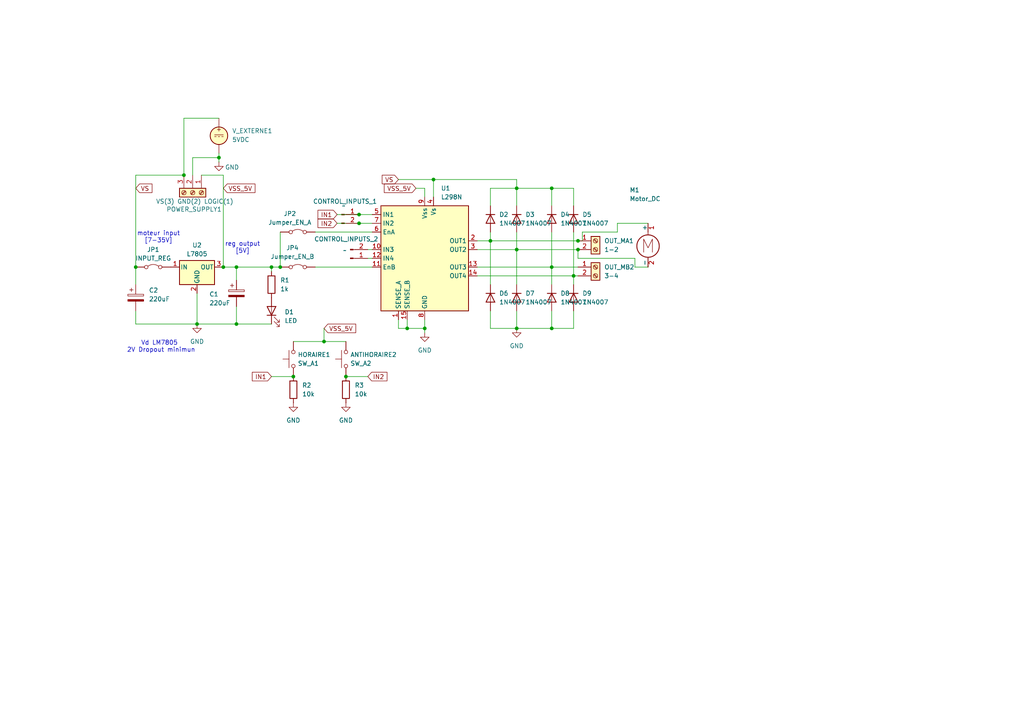
<source format=kicad_sch>
(kicad_sch
	(version 20250114)
	(generator "eeschema")
	(generator_version "9.0")
	(uuid "00b9765c-1879-4d04-8089-8ce5f6691bf4")
	(paper "A4")
	(lib_symbols
		(symbol "Connector:Conn_01x02_Pin"
			(pin_names
				(offset 1.016)
				(hide yes)
			)
			(exclude_from_sim no)
			(in_bom yes)
			(on_board yes)
			(property "Reference" "J"
				(at 0 2.54 0)
				(effects
					(font
						(size 1.27 1.27)
					)
				)
			)
			(property "Value" "Conn_01x02_Pin"
				(at 0 -5.08 0)
				(effects
					(font
						(size 1.27 1.27)
					)
				)
			)
			(property "Footprint" ""
				(at 0 0 0)
				(effects
					(font
						(size 1.27 1.27)
					)
					(hide yes)
				)
			)
			(property "Datasheet" "~"
				(at 0 0 0)
				(effects
					(font
						(size 1.27 1.27)
					)
					(hide yes)
				)
			)
			(property "Description" "Generic connector, single row, 01x02, script generated"
				(at 0 0 0)
				(effects
					(font
						(size 1.27 1.27)
					)
					(hide yes)
				)
			)
			(property "ki_locked" ""
				(at 0 0 0)
				(effects
					(font
						(size 1.27 1.27)
					)
				)
			)
			(property "ki_keywords" "connector"
				(at 0 0 0)
				(effects
					(font
						(size 1.27 1.27)
					)
					(hide yes)
				)
			)
			(property "ki_fp_filters" "Connector*:*_1x??_*"
				(at 0 0 0)
				(effects
					(font
						(size 1.27 1.27)
					)
					(hide yes)
				)
			)
			(symbol "Conn_01x02_Pin_1_1"
				(rectangle
					(start 0.8636 0.127)
					(end 0 -0.127)
					(stroke
						(width 0.1524)
						(type default)
					)
					(fill
						(type outline)
					)
				)
				(rectangle
					(start 0.8636 -2.413)
					(end 0 -2.667)
					(stroke
						(width 0.1524)
						(type default)
					)
					(fill
						(type outline)
					)
				)
				(polyline
					(pts
						(xy 1.27 0) (xy 0.8636 0)
					)
					(stroke
						(width 0.1524)
						(type default)
					)
					(fill
						(type none)
					)
				)
				(polyline
					(pts
						(xy 1.27 -2.54) (xy 0.8636 -2.54)
					)
					(stroke
						(width 0.1524)
						(type default)
					)
					(fill
						(type none)
					)
				)
				(pin passive line
					(at 5.08 0 180)
					(length 3.81)
					(name "Pin_1"
						(effects
							(font
								(size 1.27 1.27)
							)
						)
					)
					(number "1"
						(effects
							(font
								(size 1.27 1.27)
							)
						)
					)
				)
				(pin passive line
					(at 5.08 -2.54 180)
					(length 3.81)
					(name "Pin_2"
						(effects
							(font
								(size 1.27 1.27)
							)
						)
					)
					(number "2"
						(effects
							(font
								(size 1.27 1.27)
							)
						)
					)
				)
			)
			(embedded_fonts no)
		)
		(symbol "Connector:Screw_Terminal_01x02"
			(pin_names
				(offset 1.016)
				(hide yes)
			)
			(exclude_from_sim no)
			(in_bom yes)
			(on_board yes)
			(property "Reference" "J"
				(at 0 2.54 0)
				(effects
					(font
						(size 1.27 1.27)
					)
				)
			)
			(property "Value" "Screw_Terminal_01x02"
				(at 0 -5.08 0)
				(effects
					(font
						(size 1.27 1.27)
					)
				)
			)
			(property "Footprint" ""
				(at 0 0 0)
				(effects
					(font
						(size 1.27 1.27)
					)
					(hide yes)
				)
			)
			(property "Datasheet" "~"
				(at 0 0 0)
				(effects
					(font
						(size 1.27 1.27)
					)
					(hide yes)
				)
			)
			(property "Description" "Generic screw terminal, single row, 01x02, script generated (kicad-library-utils/schlib/autogen/connector/)"
				(at 0 0 0)
				(effects
					(font
						(size 1.27 1.27)
					)
					(hide yes)
				)
			)
			(property "ki_keywords" "screw terminal"
				(at 0 0 0)
				(effects
					(font
						(size 1.27 1.27)
					)
					(hide yes)
				)
			)
			(property "ki_fp_filters" "TerminalBlock*:*"
				(at 0 0 0)
				(effects
					(font
						(size 1.27 1.27)
					)
					(hide yes)
				)
			)
			(symbol "Screw_Terminal_01x02_1_1"
				(rectangle
					(start -1.27 1.27)
					(end 1.27 -3.81)
					(stroke
						(width 0.254)
						(type default)
					)
					(fill
						(type background)
					)
				)
				(polyline
					(pts
						(xy -0.5334 0.3302) (xy 0.3302 -0.508)
					)
					(stroke
						(width 0.1524)
						(type default)
					)
					(fill
						(type none)
					)
				)
				(polyline
					(pts
						(xy -0.5334 -2.2098) (xy 0.3302 -3.048)
					)
					(stroke
						(width 0.1524)
						(type default)
					)
					(fill
						(type none)
					)
				)
				(polyline
					(pts
						(xy -0.3556 0.508) (xy 0.508 -0.3302)
					)
					(stroke
						(width 0.1524)
						(type default)
					)
					(fill
						(type none)
					)
				)
				(polyline
					(pts
						(xy -0.3556 -2.032) (xy 0.508 -2.8702)
					)
					(stroke
						(width 0.1524)
						(type default)
					)
					(fill
						(type none)
					)
				)
				(circle
					(center 0 0)
					(radius 0.635)
					(stroke
						(width 0.1524)
						(type default)
					)
					(fill
						(type none)
					)
				)
				(circle
					(center 0 -2.54)
					(radius 0.635)
					(stroke
						(width 0.1524)
						(type default)
					)
					(fill
						(type none)
					)
				)
				(pin passive line
					(at -5.08 0 0)
					(length 3.81)
					(name "Pin_1"
						(effects
							(font
								(size 1.27 1.27)
							)
						)
					)
					(number "1"
						(effects
							(font
								(size 1.27 1.27)
							)
						)
					)
				)
				(pin passive line
					(at -5.08 -2.54 0)
					(length 3.81)
					(name "Pin_2"
						(effects
							(font
								(size 1.27 1.27)
							)
						)
					)
					(number "2"
						(effects
							(font
								(size 1.27 1.27)
							)
						)
					)
				)
			)
			(embedded_fonts no)
		)
		(symbol "Connector:Screw_Terminal_01x03"
			(pin_names
				(offset 1.016)
				(hide yes)
			)
			(exclude_from_sim no)
			(in_bom yes)
			(on_board yes)
			(property "Reference" "J"
				(at 0 5.08 0)
				(effects
					(font
						(size 1.27 1.27)
					)
				)
			)
			(property "Value" "Screw_Terminal_01x03"
				(at 0 -5.08 0)
				(effects
					(font
						(size 1.27 1.27)
					)
				)
			)
			(property "Footprint" ""
				(at 0 0 0)
				(effects
					(font
						(size 1.27 1.27)
					)
					(hide yes)
				)
			)
			(property "Datasheet" "~"
				(at 0 0 0)
				(effects
					(font
						(size 1.27 1.27)
					)
					(hide yes)
				)
			)
			(property "Description" "Generic screw terminal, single row, 01x03, script generated (kicad-library-utils/schlib/autogen/connector/)"
				(at 0 0 0)
				(effects
					(font
						(size 1.27 1.27)
					)
					(hide yes)
				)
			)
			(property "ki_keywords" "screw terminal"
				(at 0 0 0)
				(effects
					(font
						(size 1.27 1.27)
					)
					(hide yes)
				)
			)
			(property "ki_fp_filters" "TerminalBlock*:*"
				(at 0 0 0)
				(effects
					(font
						(size 1.27 1.27)
					)
					(hide yes)
				)
			)
			(symbol "Screw_Terminal_01x03_1_1"
				(rectangle
					(start -1.27 3.81)
					(end 1.27 -3.81)
					(stroke
						(width 0.254)
						(type default)
					)
					(fill
						(type background)
					)
				)
				(polyline
					(pts
						(xy -0.5334 2.8702) (xy 0.3302 2.032)
					)
					(stroke
						(width 0.1524)
						(type default)
					)
					(fill
						(type none)
					)
				)
				(polyline
					(pts
						(xy -0.5334 0.3302) (xy 0.3302 -0.508)
					)
					(stroke
						(width 0.1524)
						(type default)
					)
					(fill
						(type none)
					)
				)
				(polyline
					(pts
						(xy -0.5334 -2.2098) (xy 0.3302 -3.048)
					)
					(stroke
						(width 0.1524)
						(type default)
					)
					(fill
						(type none)
					)
				)
				(polyline
					(pts
						(xy -0.3556 3.048) (xy 0.508 2.2098)
					)
					(stroke
						(width 0.1524)
						(type default)
					)
					(fill
						(type none)
					)
				)
				(polyline
					(pts
						(xy -0.3556 0.508) (xy 0.508 -0.3302)
					)
					(stroke
						(width 0.1524)
						(type default)
					)
					(fill
						(type none)
					)
				)
				(polyline
					(pts
						(xy -0.3556 -2.032) (xy 0.508 -2.8702)
					)
					(stroke
						(width 0.1524)
						(type default)
					)
					(fill
						(type none)
					)
				)
				(circle
					(center 0 2.54)
					(radius 0.635)
					(stroke
						(width 0.1524)
						(type default)
					)
					(fill
						(type none)
					)
				)
				(circle
					(center 0 0)
					(radius 0.635)
					(stroke
						(width 0.1524)
						(type default)
					)
					(fill
						(type none)
					)
				)
				(circle
					(center 0 -2.54)
					(radius 0.635)
					(stroke
						(width 0.1524)
						(type default)
					)
					(fill
						(type none)
					)
				)
				(pin passive line
					(at -5.08 2.54 0)
					(length 3.81)
					(name "Pin_1"
						(effects
							(font
								(size 1.27 1.27)
							)
						)
					)
					(number "1"
						(effects
							(font
								(size 1.27 1.27)
							)
						)
					)
				)
				(pin passive line
					(at -5.08 0 0)
					(length 3.81)
					(name "Pin_2"
						(effects
							(font
								(size 1.27 1.27)
							)
						)
					)
					(number "2"
						(effects
							(font
								(size 1.27 1.27)
							)
						)
					)
				)
				(pin passive line
					(at -5.08 -2.54 0)
					(length 3.81)
					(name "Pin_3"
						(effects
							(font
								(size 1.27 1.27)
							)
						)
					)
					(number "3"
						(effects
							(font
								(size 1.27 1.27)
							)
						)
					)
				)
			)
			(embedded_fonts no)
		)
		(symbol "Device:C_Polarized"
			(pin_numbers
				(hide yes)
			)
			(pin_names
				(offset 0.254)
			)
			(exclude_from_sim no)
			(in_bom yes)
			(on_board yes)
			(property "Reference" "C"
				(at 0.635 2.54 0)
				(effects
					(font
						(size 1.27 1.27)
					)
					(justify left)
				)
			)
			(property "Value" "C_Polarized"
				(at 0.635 -2.54 0)
				(effects
					(font
						(size 1.27 1.27)
					)
					(justify left)
				)
			)
			(property "Footprint" ""
				(at 0.9652 -3.81 0)
				(effects
					(font
						(size 1.27 1.27)
					)
					(hide yes)
				)
			)
			(property "Datasheet" "~"
				(at 0 0 0)
				(effects
					(font
						(size 1.27 1.27)
					)
					(hide yes)
				)
			)
			(property "Description" "Polarized capacitor"
				(at 0 0 0)
				(effects
					(font
						(size 1.27 1.27)
					)
					(hide yes)
				)
			)
			(property "ki_keywords" "cap capacitor"
				(at 0 0 0)
				(effects
					(font
						(size 1.27 1.27)
					)
					(hide yes)
				)
			)
			(property "ki_fp_filters" "CP_*"
				(at 0 0 0)
				(effects
					(font
						(size 1.27 1.27)
					)
					(hide yes)
				)
			)
			(symbol "C_Polarized_0_1"
				(rectangle
					(start -2.286 0.508)
					(end 2.286 1.016)
					(stroke
						(width 0)
						(type default)
					)
					(fill
						(type none)
					)
				)
				(polyline
					(pts
						(xy -1.778 2.286) (xy -0.762 2.286)
					)
					(stroke
						(width 0)
						(type default)
					)
					(fill
						(type none)
					)
				)
				(polyline
					(pts
						(xy -1.27 2.794) (xy -1.27 1.778)
					)
					(stroke
						(width 0)
						(type default)
					)
					(fill
						(type none)
					)
				)
				(rectangle
					(start 2.286 -0.508)
					(end -2.286 -1.016)
					(stroke
						(width 0)
						(type default)
					)
					(fill
						(type outline)
					)
				)
			)
			(symbol "C_Polarized_1_1"
				(pin passive line
					(at 0 3.81 270)
					(length 2.794)
					(name "~"
						(effects
							(font
								(size 1.27 1.27)
							)
						)
					)
					(number "1"
						(effects
							(font
								(size 1.27 1.27)
							)
						)
					)
				)
				(pin passive line
					(at 0 -3.81 90)
					(length 2.794)
					(name "~"
						(effects
							(font
								(size 1.27 1.27)
							)
						)
					)
					(number "2"
						(effects
							(font
								(size 1.27 1.27)
							)
						)
					)
				)
			)
			(embedded_fonts no)
		)
		(symbol "Device:LED"
			(pin_numbers
				(hide yes)
			)
			(pin_names
				(offset 1.016)
				(hide yes)
			)
			(exclude_from_sim no)
			(in_bom yes)
			(on_board yes)
			(property "Reference" "D"
				(at 0 2.54 0)
				(effects
					(font
						(size 1.27 1.27)
					)
				)
			)
			(property "Value" "LED"
				(at 0 -2.54 0)
				(effects
					(font
						(size 1.27 1.27)
					)
				)
			)
			(property "Footprint" ""
				(at 0 0 0)
				(effects
					(font
						(size 1.27 1.27)
					)
					(hide yes)
				)
			)
			(property "Datasheet" "~"
				(at 0 0 0)
				(effects
					(font
						(size 1.27 1.27)
					)
					(hide yes)
				)
			)
			(property "Description" "Light emitting diode"
				(at 0 0 0)
				(effects
					(font
						(size 1.27 1.27)
					)
					(hide yes)
				)
			)
			(property "Sim.Pins" "1=K 2=A"
				(at 0 0 0)
				(effects
					(font
						(size 1.27 1.27)
					)
					(hide yes)
				)
			)
			(property "ki_keywords" "LED diode"
				(at 0 0 0)
				(effects
					(font
						(size 1.27 1.27)
					)
					(hide yes)
				)
			)
			(property "ki_fp_filters" "LED* LED_SMD:* LED_THT:*"
				(at 0 0 0)
				(effects
					(font
						(size 1.27 1.27)
					)
					(hide yes)
				)
			)
			(symbol "LED_0_1"
				(polyline
					(pts
						(xy -3.048 -0.762) (xy -4.572 -2.286) (xy -3.81 -2.286) (xy -4.572 -2.286) (xy -4.572 -1.524)
					)
					(stroke
						(width 0)
						(type default)
					)
					(fill
						(type none)
					)
				)
				(polyline
					(pts
						(xy -1.778 -0.762) (xy -3.302 -2.286) (xy -2.54 -2.286) (xy -3.302 -2.286) (xy -3.302 -1.524)
					)
					(stroke
						(width 0)
						(type default)
					)
					(fill
						(type none)
					)
				)
				(polyline
					(pts
						(xy -1.27 0) (xy 1.27 0)
					)
					(stroke
						(width 0)
						(type default)
					)
					(fill
						(type none)
					)
				)
				(polyline
					(pts
						(xy -1.27 -1.27) (xy -1.27 1.27)
					)
					(stroke
						(width 0.254)
						(type default)
					)
					(fill
						(type none)
					)
				)
				(polyline
					(pts
						(xy 1.27 -1.27) (xy 1.27 1.27) (xy -1.27 0) (xy 1.27 -1.27)
					)
					(stroke
						(width 0.254)
						(type default)
					)
					(fill
						(type none)
					)
				)
			)
			(symbol "LED_1_1"
				(pin passive line
					(at -3.81 0 0)
					(length 2.54)
					(name "K"
						(effects
							(font
								(size 1.27 1.27)
							)
						)
					)
					(number "1"
						(effects
							(font
								(size 1.27 1.27)
							)
						)
					)
				)
				(pin passive line
					(at 3.81 0 180)
					(length 2.54)
					(name "A"
						(effects
							(font
								(size 1.27 1.27)
							)
						)
					)
					(number "2"
						(effects
							(font
								(size 1.27 1.27)
							)
						)
					)
				)
			)
			(embedded_fonts no)
		)
		(symbol "Device:R"
			(pin_numbers
				(hide yes)
			)
			(pin_names
				(offset 0)
			)
			(exclude_from_sim no)
			(in_bom yes)
			(on_board yes)
			(property "Reference" "R"
				(at 2.032 0 90)
				(effects
					(font
						(size 1.27 1.27)
					)
				)
			)
			(property "Value" "R"
				(at 0 0 90)
				(effects
					(font
						(size 1.27 1.27)
					)
				)
			)
			(property "Footprint" ""
				(at -1.778 0 90)
				(effects
					(font
						(size 1.27 1.27)
					)
					(hide yes)
				)
			)
			(property "Datasheet" "~"
				(at 0 0 0)
				(effects
					(font
						(size 1.27 1.27)
					)
					(hide yes)
				)
			)
			(property "Description" "Resistor"
				(at 0 0 0)
				(effects
					(font
						(size 1.27 1.27)
					)
					(hide yes)
				)
			)
			(property "ki_keywords" "R res resistor"
				(at 0 0 0)
				(effects
					(font
						(size 1.27 1.27)
					)
					(hide yes)
				)
			)
			(property "ki_fp_filters" "R_*"
				(at 0 0 0)
				(effects
					(font
						(size 1.27 1.27)
					)
					(hide yes)
				)
			)
			(symbol "R_0_1"
				(rectangle
					(start -1.016 -2.54)
					(end 1.016 2.54)
					(stroke
						(width 0.254)
						(type default)
					)
					(fill
						(type none)
					)
				)
			)
			(symbol "R_1_1"
				(pin passive line
					(at 0 3.81 270)
					(length 1.27)
					(name "~"
						(effects
							(font
								(size 1.27 1.27)
							)
						)
					)
					(number "1"
						(effects
							(font
								(size 1.27 1.27)
							)
						)
					)
				)
				(pin passive line
					(at 0 -3.81 90)
					(length 1.27)
					(name "~"
						(effects
							(font
								(size 1.27 1.27)
							)
						)
					)
					(number "2"
						(effects
							(font
								(size 1.27 1.27)
							)
						)
					)
				)
			)
			(embedded_fonts no)
		)
		(symbol "Diode:1N4007"
			(pin_numbers
				(hide yes)
			)
			(pin_names
				(hide yes)
			)
			(exclude_from_sim no)
			(in_bom yes)
			(on_board yes)
			(property "Reference" "D"
				(at 0 2.54 0)
				(effects
					(font
						(size 1.27 1.27)
					)
				)
			)
			(property "Value" "1N4007"
				(at 0 -2.54 0)
				(effects
					(font
						(size 1.27 1.27)
					)
				)
			)
			(property "Footprint" "Diode_THT:D_DO-41_SOD81_P10.16mm_Horizontal"
				(at 0 -4.445 0)
				(effects
					(font
						(size 1.27 1.27)
					)
					(hide yes)
				)
			)
			(property "Datasheet" "http://www.vishay.com/docs/88503/1n4001.pdf"
				(at 0 0 0)
				(effects
					(font
						(size 1.27 1.27)
					)
					(hide yes)
				)
			)
			(property "Description" "1000V 1A General Purpose Rectifier Diode, DO-41"
				(at 0 0 0)
				(effects
					(font
						(size 1.27 1.27)
					)
					(hide yes)
				)
			)
			(property "Sim.Device" "D"
				(at 0 0 0)
				(effects
					(font
						(size 1.27 1.27)
					)
					(hide yes)
				)
			)
			(property "Sim.Pins" "1=K 2=A"
				(at 0 0 0)
				(effects
					(font
						(size 1.27 1.27)
					)
					(hide yes)
				)
			)
			(property "ki_keywords" "diode"
				(at 0 0 0)
				(effects
					(font
						(size 1.27 1.27)
					)
					(hide yes)
				)
			)
			(property "ki_fp_filters" "D*DO?41*"
				(at 0 0 0)
				(effects
					(font
						(size 1.27 1.27)
					)
					(hide yes)
				)
			)
			(symbol "1N4007_0_1"
				(polyline
					(pts
						(xy -1.27 1.27) (xy -1.27 -1.27)
					)
					(stroke
						(width 0.254)
						(type default)
					)
					(fill
						(type none)
					)
				)
				(polyline
					(pts
						(xy 1.27 1.27) (xy 1.27 -1.27) (xy -1.27 0) (xy 1.27 1.27)
					)
					(stroke
						(width 0.254)
						(type default)
					)
					(fill
						(type none)
					)
				)
				(polyline
					(pts
						(xy 1.27 0) (xy -1.27 0)
					)
					(stroke
						(width 0)
						(type default)
					)
					(fill
						(type none)
					)
				)
			)
			(symbol "1N4007_1_1"
				(pin passive line
					(at -3.81 0 0)
					(length 2.54)
					(name "K"
						(effects
							(font
								(size 1.27 1.27)
							)
						)
					)
					(number "1"
						(effects
							(font
								(size 1.27 1.27)
							)
						)
					)
				)
				(pin passive line
					(at 3.81 0 180)
					(length 2.54)
					(name "A"
						(effects
							(font
								(size 1.27 1.27)
							)
						)
					)
					(number "2"
						(effects
							(font
								(size 1.27 1.27)
							)
						)
					)
				)
			)
			(embedded_fonts no)
		)
		(symbol "Driver_Motor:L298N"
			(exclude_from_sim no)
			(in_bom yes)
			(on_board yes)
			(property "Reference" "U"
				(at -10.16 16.51 0)
				(effects
					(font
						(size 1.27 1.27)
					)
					(justify right)
				)
			)
			(property "Value" "L298N"
				(at 12.7 16.51 0)
				(effects
					(font
						(size 1.27 1.27)
					)
					(justify right)
				)
			)
			(property "Footprint" "Package_TO_SOT_THT:TO-220-15_P2.54x5.08mm_StaggerOdd_Lead4.58mm_Vertical"
				(at 1.27 -16.51 0)
				(effects
					(font
						(size 1.27 1.27)
					)
					(justify left)
					(hide yes)
				)
			)
			(property "Datasheet" "http://www.st.com/st-web-ui/static/active/en/resource/technical/document/datasheet/CD00000240.pdf"
				(at 3.81 6.35 0)
				(effects
					(font
						(size 1.27 1.27)
					)
					(hide yes)
				)
			)
			(property "Description" "Dual full bridge motor driver, up to 46V, 4A, Multiwatt15-V"
				(at 0 0 0)
				(effects
					(font
						(size 1.27 1.27)
					)
					(hide yes)
				)
			)
			(property "ki_keywords" "H-bridge motor driver"
				(at 0 0 0)
				(effects
					(font
						(size 1.27 1.27)
					)
					(hide yes)
				)
			)
			(property "ki_fp_filters" "TO?220*StaggerOdd*Vertical*"
				(at 0 0 0)
				(effects
					(font
						(size 1.27 1.27)
					)
					(hide yes)
				)
			)
			(symbol "L298N_0_1"
				(rectangle
					(start -12.7 15.24)
					(end 12.7 -15.24)
					(stroke
						(width 0.254)
						(type default)
					)
					(fill
						(type background)
					)
				)
			)
			(symbol "L298N_1_1"
				(pin input line
					(at -15.24 12.7 0)
					(length 2.54)
					(name "IN1"
						(effects
							(font
								(size 1.27 1.27)
							)
						)
					)
					(number "5"
						(effects
							(font
								(size 1.27 1.27)
							)
						)
					)
				)
				(pin input line
					(at -15.24 10.16 0)
					(length 2.54)
					(name "IN2"
						(effects
							(font
								(size 1.27 1.27)
							)
						)
					)
					(number "7"
						(effects
							(font
								(size 1.27 1.27)
							)
						)
					)
				)
				(pin input line
					(at -15.24 7.62 0)
					(length 2.54)
					(name "EnA"
						(effects
							(font
								(size 1.27 1.27)
							)
						)
					)
					(number "6"
						(effects
							(font
								(size 1.27 1.27)
							)
						)
					)
				)
				(pin input line
					(at -15.24 2.54 0)
					(length 2.54)
					(name "IN3"
						(effects
							(font
								(size 1.27 1.27)
							)
						)
					)
					(number "10"
						(effects
							(font
								(size 1.27 1.27)
							)
						)
					)
				)
				(pin input line
					(at -15.24 0 0)
					(length 2.54)
					(name "IN4"
						(effects
							(font
								(size 1.27 1.27)
							)
						)
					)
					(number "12"
						(effects
							(font
								(size 1.27 1.27)
							)
						)
					)
				)
				(pin input line
					(at -15.24 -2.54 0)
					(length 2.54)
					(name "EnB"
						(effects
							(font
								(size 1.27 1.27)
							)
						)
					)
					(number "11"
						(effects
							(font
								(size 1.27 1.27)
							)
						)
					)
				)
				(pin input line
					(at -7.62 -17.78 90)
					(length 2.54)
					(name "SENSE_A"
						(effects
							(font
								(size 1.27 1.27)
							)
						)
					)
					(number "1"
						(effects
							(font
								(size 1.27 1.27)
							)
						)
					)
				)
				(pin input line
					(at -5.08 -17.78 90)
					(length 2.54)
					(name "SENSE_B"
						(effects
							(font
								(size 1.27 1.27)
							)
						)
					)
					(number "15"
						(effects
							(font
								(size 1.27 1.27)
							)
						)
					)
				)
				(pin power_in line
					(at 0 17.78 270)
					(length 2.54)
					(name "Vss"
						(effects
							(font
								(size 1.27 1.27)
							)
						)
					)
					(number "9"
						(effects
							(font
								(size 1.27 1.27)
							)
						)
					)
				)
				(pin power_in line
					(at 0 -17.78 90)
					(length 2.54)
					(name "GND"
						(effects
							(font
								(size 1.27 1.27)
							)
						)
					)
					(number "8"
						(effects
							(font
								(size 1.27 1.27)
							)
						)
					)
				)
				(pin power_in line
					(at 2.54 17.78 270)
					(length 2.54)
					(name "Vs"
						(effects
							(font
								(size 1.27 1.27)
							)
						)
					)
					(number "4"
						(effects
							(font
								(size 1.27 1.27)
							)
						)
					)
				)
				(pin output line
					(at 15.24 5.08 180)
					(length 2.54)
					(name "OUT1"
						(effects
							(font
								(size 1.27 1.27)
							)
						)
					)
					(number "2"
						(effects
							(font
								(size 1.27 1.27)
							)
						)
					)
				)
				(pin output line
					(at 15.24 2.54 180)
					(length 2.54)
					(name "OUT2"
						(effects
							(font
								(size 1.27 1.27)
							)
						)
					)
					(number "3"
						(effects
							(font
								(size 1.27 1.27)
							)
						)
					)
				)
				(pin output line
					(at 15.24 -2.54 180)
					(length 2.54)
					(name "OUT3"
						(effects
							(font
								(size 1.27 1.27)
							)
						)
					)
					(number "13"
						(effects
							(font
								(size 1.27 1.27)
							)
						)
					)
				)
				(pin output line
					(at 15.24 -5.08 180)
					(length 2.54)
					(name "OUT4"
						(effects
							(font
								(size 1.27 1.27)
							)
						)
					)
					(number "14"
						(effects
							(font
								(size 1.27 1.27)
							)
						)
					)
				)
			)
			(embedded_fonts no)
		)
		(symbol "Jumper:Jumper_2_Bridged"
			(pin_numbers
				(hide yes)
			)
			(pin_names
				(offset 0)
				(hide yes)
			)
			(exclude_from_sim no)
			(in_bom yes)
			(on_board yes)
			(property "Reference" "JP"
				(at 0 1.905 0)
				(effects
					(font
						(size 1.27 1.27)
					)
				)
			)
			(property "Value" "Jumper_2_Bridged"
				(at 0 -2.54 0)
				(effects
					(font
						(size 1.27 1.27)
					)
				)
			)
			(property "Footprint" ""
				(at 0 0 0)
				(effects
					(font
						(size 1.27 1.27)
					)
					(hide yes)
				)
			)
			(property "Datasheet" "~"
				(at 0 0 0)
				(effects
					(font
						(size 1.27 1.27)
					)
					(hide yes)
				)
			)
			(property "Description" "Jumper, 2-pole, closed/bridged"
				(at 0 0 0)
				(effects
					(font
						(size 1.27 1.27)
					)
					(hide yes)
				)
			)
			(property "ki_keywords" "Jumper SPST"
				(at 0 0 0)
				(effects
					(font
						(size 1.27 1.27)
					)
					(hide yes)
				)
			)
			(property "ki_fp_filters" "Jumper* TestPoint*2Pads* TestPoint*Bridge*"
				(at 0 0 0)
				(effects
					(font
						(size 1.27 1.27)
					)
					(hide yes)
				)
			)
			(symbol "Jumper_2_Bridged_0_0"
				(circle
					(center -2.032 0)
					(radius 0.508)
					(stroke
						(width 0)
						(type default)
					)
					(fill
						(type none)
					)
				)
				(circle
					(center 2.032 0)
					(radius 0.508)
					(stroke
						(width 0)
						(type default)
					)
					(fill
						(type none)
					)
				)
			)
			(symbol "Jumper_2_Bridged_0_1"
				(arc
					(start -1.524 0.254)
					(mid 0 0.762)
					(end 1.524 0.254)
					(stroke
						(width 0)
						(type default)
					)
					(fill
						(type none)
					)
				)
			)
			(symbol "Jumper_2_Bridged_1_1"
				(pin passive line
					(at -5.08 0 0)
					(length 2.54)
					(name "A"
						(effects
							(font
								(size 1.27 1.27)
							)
						)
					)
					(number "1"
						(effects
							(font
								(size 1.27 1.27)
							)
						)
					)
				)
				(pin passive line
					(at 5.08 0 180)
					(length 2.54)
					(name "B"
						(effects
							(font
								(size 1.27 1.27)
							)
						)
					)
					(number "2"
						(effects
							(font
								(size 1.27 1.27)
							)
						)
					)
				)
			)
			(embedded_fonts no)
		)
		(symbol "Motor:Motor_DC"
			(pin_names
				(offset 0)
			)
			(exclude_from_sim no)
			(in_bom yes)
			(on_board yes)
			(property "Reference" "M"
				(at 2.54 2.54 0)
				(effects
					(font
						(size 1.27 1.27)
					)
					(justify left)
				)
			)
			(property "Value" "Motor_DC"
				(at 2.54 -5.08 0)
				(effects
					(font
						(size 1.27 1.27)
					)
					(justify left top)
				)
			)
			(property "Footprint" ""
				(at 0 -2.286 0)
				(effects
					(font
						(size 1.27 1.27)
					)
					(hide yes)
				)
			)
			(property "Datasheet" "~"
				(at 0 -2.286 0)
				(effects
					(font
						(size 1.27 1.27)
					)
					(hide yes)
				)
			)
			(property "Description" "DC Motor"
				(at 0 0 0)
				(effects
					(font
						(size 1.27 1.27)
					)
					(hide yes)
				)
			)
			(property "ki_keywords" "DC Motor"
				(at 0 0 0)
				(effects
					(font
						(size 1.27 1.27)
					)
					(hide yes)
				)
			)
			(property "ki_fp_filters" "PinHeader*P2.54mm* TerminalBlock*"
				(at 0 0 0)
				(effects
					(font
						(size 1.27 1.27)
					)
					(hide yes)
				)
			)
			(symbol "Motor_DC_0_0"
				(polyline
					(pts
						(xy -1.27 -3.302) (xy -1.27 0.508) (xy 0 -2.032) (xy 1.27 0.508) (xy 1.27 -3.302)
					)
					(stroke
						(width 0)
						(type default)
					)
					(fill
						(type none)
					)
				)
			)
			(symbol "Motor_DC_0_1"
				(polyline
					(pts
						(xy 0 2.032) (xy 0 2.54)
					)
					(stroke
						(width 0)
						(type default)
					)
					(fill
						(type none)
					)
				)
				(polyline
					(pts
						(xy 0 1.7272) (xy 0 2.0828)
					)
					(stroke
						(width 0)
						(type default)
					)
					(fill
						(type none)
					)
				)
				(circle
					(center 0 -1.524)
					(radius 3.2512)
					(stroke
						(width 0.254)
						(type default)
					)
					(fill
						(type none)
					)
				)
				(polyline
					(pts
						(xy 0 -4.7752) (xy 0 -5.1816)
					)
					(stroke
						(width 0)
						(type default)
					)
					(fill
						(type none)
					)
				)
				(polyline
					(pts
						(xy 0 -7.62) (xy 0 -7.112)
					)
					(stroke
						(width 0)
						(type default)
					)
					(fill
						(type none)
					)
				)
			)
			(symbol "Motor_DC_1_1"
				(pin passive line
					(at 0 5.08 270)
					(length 2.54)
					(name "+"
						(effects
							(font
								(size 1.27 1.27)
							)
						)
					)
					(number "1"
						(effects
							(font
								(size 1.27 1.27)
							)
						)
					)
				)
				(pin passive line
					(at 0 -7.62 90)
					(length 2.54)
					(name "-"
						(effects
							(font
								(size 1.27 1.27)
							)
						)
					)
					(number "2"
						(effects
							(font
								(size 1.27 1.27)
							)
						)
					)
				)
			)
			(embedded_fonts no)
		)
		(symbol "Regulator_Linear:L7805"
			(pin_names
				(offset 0.254)
			)
			(exclude_from_sim no)
			(in_bom yes)
			(on_board yes)
			(property "Reference" "U"
				(at -3.81 3.175 0)
				(effects
					(font
						(size 1.27 1.27)
					)
				)
			)
			(property "Value" "L7805"
				(at 0 3.175 0)
				(effects
					(font
						(size 1.27 1.27)
					)
					(justify left)
				)
			)
			(property "Footprint" ""
				(at 0.635 -3.81 0)
				(effects
					(font
						(size 1.27 1.27)
						(italic yes)
					)
					(justify left)
					(hide yes)
				)
			)
			(property "Datasheet" "http://www.st.com/content/ccc/resource/technical/document/datasheet/41/4f/b3/b0/12/d4/47/88/CD00000444.pdf/files/CD00000444.pdf/jcr:content/translations/en.CD00000444.pdf"
				(at 0 -1.27 0)
				(effects
					(font
						(size 1.27 1.27)
					)
					(hide yes)
				)
			)
			(property "Description" "Positive 1.5A 35V Linear Regulator, Fixed Output 5V, TO-220/TO-263/TO-252"
				(at 0 0 0)
				(effects
					(font
						(size 1.27 1.27)
					)
					(hide yes)
				)
			)
			(property "ki_keywords" "Voltage Regulator 1.5A Positive"
				(at 0 0 0)
				(effects
					(font
						(size 1.27 1.27)
					)
					(hide yes)
				)
			)
			(property "ki_fp_filters" "TO?252* TO?263* TO?220*"
				(at 0 0 0)
				(effects
					(font
						(size 1.27 1.27)
					)
					(hide yes)
				)
			)
			(symbol "L7805_0_1"
				(rectangle
					(start -5.08 1.905)
					(end 5.08 -5.08)
					(stroke
						(width 0.254)
						(type default)
					)
					(fill
						(type background)
					)
				)
			)
			(symbol "L7805_1_1"
				(pin power_in line
					(at -7.62 0 0)
					(length 2.54)
					(name "IN"
						(effects
							(font
								(size 1.27 1.27)
							)
						)
					)
					(number "1"
						(effects
							(font
								(size 1.27 1.27)
							)
						)
					)
				)
				(pin power_in line
					(at 0 -7.62 90)
					(length 2.54)
					(name "GND"
						(effects
							(font
								(size 1.27 1.27)
							)
						)
					)
					(number "2"
						(effects
							(font
								(size 1.27 1.27)
							)
						)
					)
				)
				(pin power_out line
					(at 7.62 0 180)
					(length 2.54)
					(name "OUT"
						(effects
							(font
								(size 1.27 1.27)
							)
						)
					)
					(number "3"
						(effects
							(font
								(size 1.27 1.27)
							)
						)
					)
				)
			)
			(embedded_fonts no)
		)
		(symbol "Simulation_SPICE:VDC"
			(pin_numbers
				(hide yes)
			)
			(pin_names
				(offset 0.0254)
			)
			(exclude_from_sim no)
			(in_bom yes)
			(on_board yes)
			(property "Reference" "V"
				(at 2.54 2.54 0)
				(effects
					(font
						(size 1.27 1.27)
					)
					(justify left)
				)
			)
			(property "Value" "1"
				(at 2.54 0 0)
				(effects
					(font
						(size 1.27 1.27)
					)
					(justify left)
				)
			)
			(property "Footprint" ""
				(at 0 0 0)
				(effects
					(font
						(size 1.27 1.27)
					)
					(hide yes)
				)
			)
			(property "Datasheet" "https://ngspice.sourceforge.io/docs/ngspice-html-manual/manual.xhtml#sec_Independent_Sources_for"
				(at 0 0 0)
				(effects
					(font
						(size 1.27 1.27)
					)
					(hide yes)
				)
			)
			(property "Description" "Voltage source, DC"
				(at 0 0 0)
				(effects
					(font
						(size 1.27 1.27)
					)
					(hide yes)
				)
			)
			(property "Sim.Pins" "1=+ 2=-"
				(at 0 0 0)
				(effects
					(font
						(size 1.27 1.27)
					)
					(hide yes)
				)
			)
			(property "Sim.Type" "DC"
				(at 0 0 0)
				(effects
					(font
						(size 1.27 1.27)
					)
					(hide yes)
				)
			)
			(property "Sim.Device" "V"
				(at 0 0 0)
				(effects
					(font
						(size 1.27 1.27)
					)
					(justify left)
					(hide yes)
				)
			)
			(property "ki_keywords" "simulation"
				(at 0 0 0)
				(effects
					(font
						(size 1.27 1.27)
					)
					(hide yes)
				)
			)
			(symbol "VDC_0_0"
				(polyline
					(pts
						(xy -1.27 0.254) (xy 1.27 0.254)
					)
					(stroke
						(width 0)
						(type default)
					)
					(fill
						(type none)
					)
				)
				(polyline
					(pts
						(xy -0.762 -0.254) (xy -1.27 -0.254)
					)
					(stroke
						(width 0)
						(type default)
					)
					(fill
						(type none)
					)
				)
				(polyline
					(pts
						(xy 0.254 -0.254) (xy -0.254 -0.254)
					)
					(stroke
						(width 0)
						(type default)
					)
					(fill
						(type none)
					)
				)
				(polyline
					(pts
						(xy 1.27 -0.254) (xy 0.762 -0.254)
					)
					(stroke
						(width 0)
						(type default)
					)
					(fill
						(type none)
					)
				)
				(text "+"
					(at 0 1.905 0)
					(effects
						(font
							(size 1.27 1.27)
						)
					)
				)
			)
			(symbol "VDC_0_1"
				(circle
					(center 0 0)
					(radius 2.54)
					(stroke
						(width 0.254)
						(type default)
					)
					(fill
						(type background)
					)
				)
			)
			(symbol "VDC_1_1"
				(pin passive line
					(at 0 5.08 270)
					(length 2.54)
					(name "~"
						(effects
							(font
								(size 1.27 1.27)
							)
						)
					)
					(number "1"
						(effects
							(font
								(size 1.27 1.27)
							)
						)
					)
				)
				(pin passive line
					(at 0 -5.08 90)
					(length 2.54)
					(name "~"
						(effects
							(font
								(size 1.27 1.27)
							)
						)
					)
					(number "2"
						(effects
							(font
								(size 1.27 1.27)
							)
						)
					)
				)
			)
			(embedded_fonts no)
		)
		(symbol "Switch:SW_Push"
			(pin_numbers
				(hide yes)
			)
			(pin_names
				(offset 1.016)
				(hide yes)
			)
			(exclude_from_sim no)
			(in_bom yes)
			(on_board yes)
			(property "Reference" "SW"
				(at 1.27 2.54 0)
				(effects
					(font
						(size 1.27 1.27)
					)
					(justify left)
				)
			)
			(property "Value" "SW_Push"
				(at 0 -1.524 0)
				(effects
					(font
						(size 1.27 1.27)
					)
				)
			)
			(property "Footprint" ""
				(at 0 5.08 0)
				(effects
					(font
						(size 1.27 1.27)
					)
					(hide yes)
				)
			)
			(property "Datasheet" "~"
				(at 0 5.08 0)
				(effects
					(font
						(size 1.27 1.27)
					)
					(hide yes)
				)
			)
			(property "Description" "Push button switch, generic, two pins"
				(at 0 0 0)
				(effects
					(font
						(size 1.27 1.27)
					)
					(hide yes)
				)
			)
			(property "ki_keywords" "switch normally-open pushbutton push-button"
				(at 0 0 0)
				(effects
					(font
						(size 1.27 1.27)
					)
					(hide yes)
				)
			)
			(symbol "SW_Push_0_1"
				(circle
					(center -2.032 0)
					(radius 0.508)
					(stroke
						(width 0)
						(type default)
					)
					(fill
						(type none)
					)
				)
				(polyline
					(pts
						(xy 0 1.27) (xy 0 3.048)
					)
					(stroke
						(width 0)
						(type default)
					)
					(fill
						(type none)
					)
				)
				(circle
					(center 2.032 0)
					(radius 0.508)
					(stroke
						(width 0)
						(type default)
					)
					(fill
						(type none)
					)
				)
				(polyline
					(pts
						(xy 2.54 1.27) (xy -2.54 1.27)
					)
					(stroke
						(width 0)
						(type default)
					)
					(fill
						(type none)
					)
				)
				(pin passive line
					(at -5.08 0 0)
					(length 2.54)
					(name "1"
						(effects
							(font
								(size 1.27 1.27)
							)
						)
					)
					(number "1"
						(effects
							(font
								(size 1.27 1.27)
							)
						)
					)
				)
				(pin passive line
					(at 5.08 0 180)
					(length 2.54)
					(name "2"
						(effects
							(font
								(size 1.27 1.27)
							)
						)
					)
					(number "2"
						(effects
							(font
								(size 1.27 1.27)
							)
						)
					)
				)
			)
			(embedded_fonts no)
		)
		(symbol "power:GND"
			(power)
			(pin_numbers
				(hide yes)
			)
			(pin_names
				(offset 0)
				(hide yes)
			)
			(exclude_from_sim no)
			(in_bom yes)
			(on_board yes)
			(property "Reference" "#PWR"
				(at 0 -6.35 0)
				(effects
					(font
						(size 1.27 1.27)
					)
					(hide yes)
				)
			)
			(property "Value" "GND"
				(at 0 -3.81 0)
				(effects
					(font
						(size 1.27 1.27)
					)
				)
			)
			(property "Footprint" ""
				(at 0 0 0)
				(effects
					(font
						(size 1.27 1.27)
					)
					(hide yes)
				)
			)
			(property "Datasheet" ""
				(at 0 0 0)
				(effects
					(font
						(size 1.27 1.27)
					)
					(hide yes)
				)
			)
			(property "Description" "Power symbol creates a global label with name \"GND\" , ground"
				(at 0 0 0)
				(effects
					(font
						(size 1.27 1.27)
					)
					(hide yes)
				)
			)
			(property "ki_keywords" "global power"
				(at 0 0 0)
				(effects
					(font
						(size 1.27 1.27)
					)
					(hide yes)
				)
			)
			(symbol "GND_0_1"
				(polyline
					(pts
						(xy 0 0) (xy 0 -1.27) (xy 1.27 -1.27) (xy 0 -2.54) (xy -1.27 -1.27) (xy 0 -1.27)
					)
					(stroke
						(width 0)
						(type default)
					)
					(fill
						(type none)
					)
				)
			)
			(symbol "GND_1_1"
				(pin power_in line
					(at 0 0 270)
					(length 0)
					(name "~"
						(effects
							(font
								(size 1.27 1.27)
							)
						)
					)
					(number "1"
						(effects
							(font
								(size 1.27 1.27)
							)
						)
					)
				)
			)
			(embedded_fonts no)
		)
	)
	(text "reg output\n[5V]"
		(exclude_from_sim no)
		(at 70.358 71.882 0)
		(effects
			(font
				(size 1.27 1.27)
			)
		)
		(uuid "6f3a53ad-cb48-4b57-a473-f38233370adb")
	)
	(text "Vd LM7805 \n2V Dropout minimun"
		(exclude_from_sim no)
		(at 46.736 100.584 0)
		(effects
			(font
				(size 1.27 1.27)
			)
		)
		(uuid "ca9e331d-4364-442b-9adf-5471dc48eba9")
	)
	(text "moteur input\n[7-35V]"
		(exclude_from_sim no)
		(at 45.974 68.834 0)
		(effects
			(font
				(size 1.27 1.27)
			)
		)
		(uuid "d3703eb0-d355-49a6-8599-b62fe7c3e9eb")
	)
	(junction
		(at 100.33 109.22)
		(diameter 0)
		(color 0 0 0 0)
		(uuid "050cc75f-dd16-4d23-b2be-7a8e1ff36507")
	)
	(junction
		(at 68.58 77.47)
		(diameter 0)
		(color 0 0 0 0)
		(uuid "065320e5-86e8-46fd-b157-9b8111f9d1ba")
	)
	(junction
		(at 104.14 62.23)
		(diameter 0)
		(color 0 0 0 0)
		(uuid "2b9d9578-ab58-49b8-affd-897e671e0af4")
	)
	(junction
		(at 125.73 52.07)
		(diameter 0)
		(color 0 0 0 0)
		(uuid "2e594d1a-04f9-4cea-b015-56f35babb4a7")
	)
	(junction
		(at 160.02 54.61)
		(diameter 0)
		(color 0 0 0 0)
		(uuid "303c6030-d4da-47f7-aac8-f1895769411c")
	)
	(junction
		(at 93.98 99.06)
		(diameter 0)
		(color 0 0 0 0)
		(uuid "54a6f184-2cbd-4993-9aed-7a863aa58434")
	)
	(junction
		(at 63.5 45.72)
		(diameter 0)
		(color 0 0 0 0)
		(uuid "5f2c98f9-5bfd-445c-97de-77de379d0330")
	)
	(junction
		(at 68.58 93.98)
		(diameter 0)
		(color 0 0 0 0)
		(uuid "62cd5659-4d82-48f9-9c94-d52c6c63657a")
	)
	(junction
		(at 64.77 77.47)
		(diameter 0)
		(color 0 0 0 0)
		(uuid "63059b1e-4cca-4c0f-8140-78dff0908b21")
	)
	(junction
		(at 39.37 77.47)
		(diameter 0)
		(color 0 0 0 0)
		(uuid "888b9a7d-2678-4b86-b278-77159788e5a3")
	)
	(junction
		(at 149.86 54.61)
		(diameter 0)
		(color 0 0 0 0)
		(uuid "899c1cd4-c94d-4d2e-abdc-95bef9d58869")
	)
	(junction
		(at 166.37 80.01)
		(diameter 0)
		(color 0 0 0 0)
		(uuid "8af9b1e4-badc-4219-bac8-df5e6e3f76b7")
	)
	(junction
		(at 167.64 69.85)
		(diameter 0)
		(color 0 0 0 0)
		(uuid "8bafec33-cb62-4ff7-8ea8-a1072921156f")
	)
	(junction
		(at 167.64 72.39)
		(diameter 0)
		(color 0 0 0 0)
		(uuid "8f0d92c5-0aba-4d1e-89bc-12adc5910557")
	)
	(junction
		(at 53.34 50.8)
		(diameter 0)
		(color 0 0 0 0)
		(uuid "95d3d83f-e44c-4bbb-b2da-c38f6a1c33a6")
	)
	(junction
		(at 160.02 77.47)
		(diameter 0)
		(color 0 0 0 0)
		(uuid "990434b9-f35b-4d74-afb3-7af9c7db699d")
	)
	(junction
		(at 118.11 95.25)
		(diameter 0)
		(color 0 0 0 0)
		(uuid "9945540a-061f-4a82-a1c0-596a8504e597")
	)
	(junction
		(at 142.24 69.85)
		(diameter 0)
		(color 0 0 0 0)
		(uuid "a0d64855-6f54-4924-b669-ef3a4ded402e")
	)
	(junction
		(at 149.86 95.25)
		(diameter 0)
		(color 0 0 0 0)
		(uuid "c20507a8-105c-4437-be78-0853e0d2f431")
	)
	(junction
		(at 123.19 95.25)
		(diameter 0)
		(color 0 0 0 0)
		(uuid "cea843cf-9d90-41c6-a3a1-b0e5fb4db933")
	)
	(junction
		(at 81.28 77.47)
		(diameter 0)
		(color 0 0 0 0)
		(uuid "d687ffc4-12ea-4b08-ae5a-bc830cbce270")
	)
	(junction
		(at 149.86 72.39)
		(diameter 0)
		(color 0 0 0 0)
		(uuid "df5fd097-89c1-4b0a-aedb-d5e3bc03a789")
	)
	(junction
		(at 104.14 64.77)
		(diameter 0)
		(color 0 0 0 0)
		(uuid "e663fa5e-481d-45e7-a453-11269a545292")
	)
	(junction
		(at 85.09 109.22)
		(diameter 0)
		(color 0 0 0 0)
		(uuid "e82727a4-5ef6-48c9-921e-94a4842bc480")
	)
	(junction
		(at 57.15 93.98)
		(diameter 0)
		(color 0 0 0 0)
		(uuid "ecd3fb3a-5a53-4a6b-9911-89390b9a4587")
	)
	(junction
		(at 160.02 95.25)
		(diameter 0)
		(color 0 0 0 0)
		(uuid "efeeac6a-be24-4460-a2c2-3b54413870c6")
	)
	(junction
		(at 78.74 77.47)
		(diameter 0)
		(color 0 0 0 0)
		(uuid "f1ebb526-cfb9-4c73-9e6f-33c53a451543")
	)
	(wire
		(pts
			(xy 125.73 52.07) (xy 115.57 52.07)
		)
		(stroke
			(width 0)
			(type default)
		)
		(uuid "0151e9d3-fbd4-4868-b178-292ee868a442")
	)
	(wire
		(pts
			(xy 149.86 72.39) (xy 149.86 82.55)
		)
		(stroke
			(width 0)
			(type default)
		)
		(uuid "038ed3a2-03e9-450f-aec1-57c34909407a")
	)
	(wire
		(pts
			(xy 179.07 64.77) (xy 179.07 67.31)
		)
		(stroke
			(width 0)
			(type default)
		)
		(uuid "03acc730-6999-4777-a352-07705c36d885")
	)
	(wire
		(pts
			(xy 142.24 90.17) (xy 142.24 95.25)
		)
		(stroke
			(width 0)
			(type default)
		)
		(uuid "05226b75-ea77-4173-b925-b58ef6f03ffe")
	)
	(wire
		(pts
			(xy 91.44 67.31) (xy 107.95 67.31)
		)
		(stroke
			(width 0)
			(type default)
		)
		(uuid "059c59c6-7e66-4027-a315-6b059baaf38a")
	)
	(wire
		(pts
			(xy 179.07 67.31) (xy 168.91 67.31)
		)
		(stroke
			(width 0)
			(type default)
		)
		(uuid "068a3aaf-d87b-42ab-a0c8-d9d77c08c6db")
	)
	(wire
		(pts
			(xy 100.33 109.22) (xy 106.68 109.22)
		)
		(stroke
			(width 0)
			(type default)
		)
		(uuid "1194d4c5-3c36-4e61-9174-0af5be9efb60")
	)
	(wire
		(pts
			(xy 118.11 95.25) (xy 123.19 95.25)
		)
		(stroke
			(width 0)
			(type default)
		)
		(uuid "136dd601-816b-4d72-96d8-4256bec61e50")
	)
	(wire
		(pts
			(xy 115.57 95.25) (xy 118.11 95.25)
		)
		(stroke
			(width 0)
			(type default)
		)
		(uuid "142609aa-f946-431e-8c6a-2927943e5aec")
	)
	(wire
		(pts
			(xy 120.65 54.61) (xy 123.19 54.61)
		)
		(stroke
			(width 0)
			(type default)
		)
		(uuid "1d0498b4-2585-409b-8a34-c78cc48ac45f")
	)
	(wire
		(pts
			(xy 160.02 95.25) (xy 149.86 95.25)
		)
		(stroke
			(width 0)
			(type default)
		)
		(uuid "20bb82bd-d9e9-49f8-beae-d6b95b8fd2c0")
	)
	(wire
		(pts
			(xy 149.86 72.39) (xy 149.86 67.31)
		)
		(stroke
			(width 0)
			(type default)
		)
		(uuid "3d6d6192-25e5-4bd0-97f0-06bafee477dd")
	)
	(wire
		(pts
			(xy 68.58 93.98) (xy 78.74 93.98)
		)
		(stroke
			(width 0)
			(type default)
		)
		(uuid "3f8249ac-9ffa-45ab-b396-fe7f1fb0b3fa")
	)
	(wire
		(pts
			(xy 125.73 52.07) (xy 149.86 52.07)
		)
		(stroke
			(width 0)
			(type default)
		)
		(uuid "41d71061-db2e-4a13-9da0-c8ca0d67e2bc")
	)
	(wire
		(pts
			(xy 63.5 45.72) (xy 63.5 44.45)
		)
		(stroke
			(width 0)
			(type default)
		)
		(uuid "4602dd51-71d5-42ba-b058-7701de80d414")
	)
	(wire
		(pts
			(xy 55.88 45.72) (xy 63.5 45.72)
		)
		(stroke
			(width 0)
			(type default)
		)
		(uuid "494ee9c5-4811-49ed-94b9-a3369c07a15c")
	)
	(wire
		(pts
			(xy 106.68 74.93) (xy 107.95 74.93)
		)
		(stroke
			(width 0)
			(type default)
		)
		(uuid "4b621367-cf59-43cd-84be-e52b3f63f36f")
	)
	(wire
		(pts
			(xy 142.24 59.69) (xy 142.24 54.61)
		)
		(stroke
			(width 0)
			(type default)
		)
		(uuid "50fcc9cb-fd4d-403c-8bb3-638fca08cdff")
	)
	(wire
		(pts
			(xy 115.57 92.71) (xy 115.57 95.25)
		)
		(stroke
			(width 0)
			(type default)
		)
		(uuid "541283a9-9749-4b0e-8af8-c96287f2cd6e")
	)
	(wire
		(pts
			(xy 57.15 93.98) (xy 68.58 93.98)
		)
		(stroke
			(width 0)
			(type default)
		)
		(uuid "5646cb56-05f3-4d13-ac88-5aaa36214911")
	)
	(wire
		(pts
			(xy 160.02 77.47) (xy 167.64 77.47)
		)
		(stroke
			(width 0)
			(type default)
		)
		(uuid "5670e4b4-b061-4ec0-8f2c-07aa30f6d3de")
	)
	(wire
		(pts
			(xy 107.95 62.23) (xy 104.14 62.23)
		)
		(stroke
			(width 0)
			(type default)
		)
		(uuid "58e3f6f7-aadd-42dc-b6b5-e894bf437db1")
	)
	(wire
		(pts
			(xy 58.42 50.8) (xy 64.77 50.8)
		)
		(stroke
			(width 0)
			(type default)
		)
		(uuid "5f3c0f67-f208-466e-be3b-d7b6bcfd5a52")
	)
	(wire
		(pts
			(xy 149.86 52.07) (xy 149.86 54.61)
		)
		(stroke
			(width 0)
			(type default)
		)
		(uuid "5fdb9715-6d60-4276-8f05-db4103180fcb")
	)
	(wire
		(pts
			(xy 125.73 57.15) (xy 125.73 52.07)
		)
		(stroke
			(width 0)
			(type default)
		)
		(uuid "6016c8e5-edc9-4650-9763-6927d73f4407")
	)
	(wire
		(pts
			(xy 166.37 80.01) (xy 166.37 82.55)
		)
		(stroke
			(width 0)
			(type default)
		)
		(uuid "609dcea6-2c5f-4c15-97d6-151a91b4fb89")
	)
	(wire
		(pts
			(xy 107.95 64.77) (xy 104.14 64.77)
		)
		(stroke
			(width 0)
			(type default)
		)
		(uuid "60de491a-c43e-4811-9b48-597247cf6095")
	)
	(wire
		(pts
			(xy 149.86 54.61) (xy 149.86 59.69)
		)
		(stroke
			(width 0)
			(type default)
		)
		(uuid "638f83f0-8460-4e54-8c76-23661b8657f1")
	)
	(wire
		(pts
			(xy 53.34 50.8) (xy 39.37 50.8)
		)
		(stroke
			(width 0)
			(type default)
		)
		(uuid "6f091196-5e20-4e8e-a373-a6a534d36816")
	)
	(wire
		(pts
			(xy 184.15 77.47) (xy 184.15 74.93)
		)
		(stroke
			(width 0)
			(type default)
		)
		(uuid "7268913c-9c01-43c4-b62c-c52eb446717e")
	)
	(wire
		(pts
			(xy 138.43 80.01) (xy 166.37 80.01)
		)
		(stroke
			(width 0)
			(type default)
		)
		(uuid "74708541-46e2-403d-8b09-4a4fdba2d101")
	)
	(wire
		(pts
			(xy 142.24 69.85) (xy 167.64 69.85)
		)
		(stroke
			(width 0)
			(type default)
		)
		(uuid "76d0604d-fb7e-4aa0-a0a2-ecbc0a83cebc")
	)
	(wire
		(pts
			(xy 39.37 50.8) (xy 39.37 77.47)
		)
		(stroke
			(width 0)
			(type default)
		)
		(uuid "7ac325ef-1549-41cc-a8a5-20f2e08ca561")
	)
	(wire
		(pts
			(xy 55.88 50.8) (xy 55.88 45.72)
		)
		(stroke
			(width 0)
			(type default)
		)
		(uuid "7cd672b9-6546-4d7e-b5c9-6e68d304982d")
	)
	(wire
		(pts
			(xy 166.37 80.01) (xy 166.37 67.31)
		)
		(stroke
			(width 0)
			(type default)
		)
		(uuid "7df3dab3-c9b5-4205-b25b-df76b714c5fc")
	)
	(wire
		(pts
			(xy 93.98 99.06) (xy 100.33 99.06)
		)
		(stroke
			(width 0)
			(type default)
		)
		(uuid "7ef15443-15bb-4fa9-a0aa-ba2e8a3453fb")
	)
	(wire
		(pts
			(xy 184.15 74.93) (xy 167.64 74.93)
		)
		(stroke
			(width 0)
			(type default)
		)
		(uuid "80e05fb9-deb2-4ef7-9565-688c8f1078cd")
	)
	(wire
		(pts
			(xy 39.37 93.98) (xy 57.15 93.98)
		)
		(stroke
			(width 0)
			(type default)
		)
		(uuid "81217fb6-522c-4aac-b99a-fca4e0314ae1")
	)
	(wire
		(pts
			(xy 142.24 95.25) (xy 149.86 95.25)
		)
		(stroke
			(width 0)
			(type default)
		)
		(uuid "81d1c45f-e844-48fd-9295-fa9743a00e84")
	)
	(wire
		(pts
			(xy 149.86 72.39) (xy 167.64 72.39)
		)
		(stroke
			(width 0)
			(type default)
		)
		(uuid "838ec17e-718d-4791-bb0c-02699fcc6b54")
	)
	(wire
		(pts
			(xy 68.58 77.47) (xy 64.77 77.47)
		)
		(stroke
			(width 0)
			(type default)
		)
		(uuid "863f26a6-ae34-4400-a089-b522b9b11e14")
	)
	(wire
		(pts
			(xy 160.02 77.47) (xy 160.02 67.31)
		)
		(stroke
			(width 0)
			(type default)
		)
		(uuid "872e1797-d6ab-4793-a0b9-2381887b2bec")
	)
	(wire
		(pts
			(xy 166.37 80.01) (xy 167.64 80.01)
		)
		(stroke
			(width 0)
			(type default)
		)
		(uuid "88bc409d-4c8a-4e94-a8a5-fe90d75028b5")
	)
	(wire
		(pts
			(xy 53.34 34.29) (xy 53.34 50.8)
		)
		(stroke
			(width 0)
			(type default)
		)
		(uuid "8f5d6429-baef-44eb-8001-ffc3e67716f7")
	)
	(wire
		(pts
			(xy 123.19 95.25) (xy 123.19 96.52)
		)
		(stroke
			(width 0)
			(type default)
		)
		(uuid "907a0586-9714-4ff7-b645-0392d4e7468e")
	)
	(wire
		(pts
			(xy 184.15 77.47) (xy 187.96 77.47)
		)
		(stroke
			(width 0)
			(type default)
		)
		(uuid "919413d3-fefd-4ce9-b629-91471317478b")
	)
	(wire
		(pts
			(xy 123.19 54.61) (xy 123.19 57.15)
		)
		(stroke
			(width 0)
			(type default)
		)
		(uuid "919c246b-85bb-4e74-8c89-7cde1c4b5b39")
	)
	(wire
		(pts
			(xy 57.15 85.09) (xy 57.15 93.98)
		)
		(stroke
			(width 0)
			(type default)
		)
		(uuid "92d2eb3c-d701-46da-aadd-dbfaddb5aef0")
	)
	(wire
		(pts
			(xy 160.02 90.17) (xy 160.02 95.25)
		)
		(stroke
			(width 0)
			(type default)
		)
		(uuid "9a1b77c2-dc4a-4fb7-90b5-6ff66235da1a")
	)
	(wire
		(pts
			(xy 64.77 50.8) (xy 64.77 77.47)
		)
		(stroke
			(width 0)
			(type default)
		)
		(uuid "9a960a29-4f01-40e6-9ee6-65a7ae8ee96a")
	)
	(wire
		(pts
			(xy 78.74 77.47) (xy 81.28 77.47)
		)
		(stroke
			(width 0)
			(type default)
		)
		(uuid "9ca2f276-6a20-4f4d-95c2-4c7930af889d")
	)
	(wire
		(pts
			(xy 78.74 77.47) (xy 68.58 77.47)
		)
		(stroke
			(width 0)
			(type default)
		)
		(uuid "a10987c4-944f-448a-bbfd-62b531d7bf9f")
	)
	(wire
		(pts
			(xy 149.86 95.25) (xy 149.86 90.17)
		)
		(stroke
			(width 0)
			(type default)
		)
		(uuid "a32b05c7-559d-456e-a0d0-36f42f97b904")
	)
	(wire
		(pts
			(xy 160.02 77.47) (xy 160.02 82.55)
		)
		(stroke
			(width 0)
			(type default)
		)
		(uuid "a9a14a8d-04c9-4466-909d-ff09b780232c")
	)
	(wire
		(pts
			(xy 78.74 109.22) (xy 85.09 109.22)
		)
		(stroke
			(width 0)
			(type default)
		)
		(uuid "ace67c9c-c0cc-4bf5-afa5-e3d37bfa43f0")
	)
	(wire
		(pts
			(xy 63.5 46.99) (xy 63.5 45.72)
		)
		(stroke
			(width 0)
			(type default)
		)
		(uuid "b1615ee6-a4f5-49ec-86ed-ab2655d97298")
	)
	(wire
		(pts
			(xy 138.43 69.85) (xy 142.24 69.85)
		)
		(stroke
			(width 0)
			(type default)
		)
		(uuid "b439e75a-0192-477c-bb3c-530f2e829921")
	)
	(wire
		(pts
			(xy 160.02 59.69) (xy 160.02 54.61)
		)
		(stroke
			(width 0)
			(type default)
		)
		(uuid "b460b4a2-c32d-4da6-9562-6f9b6d84db86")
	)
	(wire
		(pts
			(xy 53.34 34.29) (xy 63.5 34.29)
		)
		(stroke
			(width 0)
			(type default)
		)
		(uuid "b6a847dd-e858-483e-b4ba-b381722c4c61")
	)
	(wire
		(pts
			(xy 68.58 93.98) (xy 68.58 88.9)
		)
		(stroke
			(width 0)
			(type default)
		)
		(uuid "b72f63e7-b8bd-4f40-8f74-68d8014ac766")
	)
	(wire
		(pts
			(xy 142.24 54.61) (xy 149.86 54.61)
		)
		(stroke
			(width 0)
			(type default)
		)
		(uuid "ba80e2b5-945c-4131-bbc7-b87ad565fb00")
	)
	(wire
		(pts
			(xy 81.28 67.31) (xy 81.28 77.47)
		)
		(stroke
			(width 0)
			(type default)
		)
		(uuid "c2f7b75c-3319-49f5-9f22-449cad5bfcc1")
	)
	(wire
		(pts
			(xy 138.43 77.47) (xy 160.02 77.47)
		)
		(stroke
			(width 0)
			(type default)
		)
		(uuid "cd9c5f78-b48c-4b7e-ab0e-5459f77595ff")
	)
	(wire
		(pts
			(xy 166.37 90.17) (xy 166.37 95.25)
		)
		(stroke
			(width 0)
			(type default)
		)
		(uuid "cde9a5cf-a763-4d46-aa32-10456ac187eb")
	)
	(wire
		(pts
			(xy 166.37 59.69) (xy 166.37 54.61)
		)
		(stroke
			(width 0)
			(type default)
		)
		(uuid "ced8b97d-cdf7-4b36-b6ea-daf39b542d54")
	)
	(wire
		(pts
			(xy 97.79 62.23) (xy 104.14 62.23)
		)
		(stroke
			(width 0)
			(type default)
		)
		(uuid "d00bcc38-0c16-4fa3-a055-528a82544b46")
	)
	(wire
		(pts
			(xy 106.68 72.39) (xy 107.95 72.39)
		)
		(stroke
			(width 0)
			(type default)
		)
		(uuid "d1d3be97-d4dc-4b5e-8064-52e5af89d7f2")
	)
	(wire
		(pts
			(xy 168.91 67.31) (xy 168.91 69.85)
		)
		(stroke
			(width 0)
			(type default)
		)
		(uuid "d315a721-6d55-41ca-8a95-c266be615dd5")
	)
	(wire
		(pts
			(xy 160.02 95.25) (xy 166.37 95.25)
		)
		(stroke
			(width 0)
			(type default)
		)
		(uuid "d8202631-5428-4e03-accb-580220cce72a")
	)
	(wire
		(pts
			(xy 91.44 77.47) (xy 107.95 77.47)
		)
		(stroke
			(width 0)
			(type default)
		)
		(uuid "dbadbeda-bae6-4984-955f-0044d0c28115")
	)
	(wire
		(pts
			(xy 142.24 69.85) (xy 142.24 82.55)
		)
		(stroke
			(width 0)
			(type default)
		)
		(uuid "ddbf582e-f357-49a7-aed1-1535cab1f3c9")
	)
	(wire
		(pts
			(xy 142.24 69.85) (xy 142.24 67.31)
		)
		(stroke
			(width 0)
			(type default)
		)
		(uuid "df80e320-3956-4f8f-b4d1-bce5c2f396a6")
	)
	(wire
		(pts
			(xy 85.09 99.06) (xy 93.98 99.06)
		)
		(stroke
			(width 0)
			(type default)
		)
		(uuid "e080ea58-9f4a-4ec2-be13-a4d54b9aa975")
	)
	(wire
		(pts
			(xy 68.58 81.28) (xy 68.58 77.47)
		)
		(stroke
			(width 0)
			(type default)
		)
		(uuid "e1a48cd1-8fb4-4e69-99ce-7227cd4add10")
	)
	(wire
		(pts
			(xy 123.19 92.71) (xy 123.19 95.25)
		)
		(stroke
			(width 0)
			(type default)
		)
		(uuid "e36a22ba-aa58-4e4f-9eb2-11c4719d679e")
	)
	(wire
		(pts
			(xy 78.74 78.74) (xy 78.74 77.47)
		)
		(stroke
			(width 0)
			(type default)
		)
		(uuid "e87e865e-25ce-40f2-9a67-a5aedcb44b00")
	)
	(wire
		(pts
			(xy 166.37 54.61) (xy 160.02 54.61)
		)
		(stroke
			(width 0)
			(type default)
		)
		(uuid "eb1fb8f7-3fde-4c9f-b374-8e052f24726a")
	)
	(wire
		(pts
			(xy 167.64 69.85) (xy 168.91 69.85)
		)
		(stroke
			(width 0)
			(type default)
		)
		(uuid "ecb17ac4-7893-4e4f-bf14-969547f8e4bf")
	)
	(wire
		(pts
			(xy 97.79 64.77) (xy 104.14 64.77)
		)
		(stroke
			(width 0)
			(type default)
		)
		(uuid "ee069d2e-d7bc-459a-ac36-44e8559846e8")
	)
	(wire
		(pts
			(xy 93.98 95.25) (xy 93.98 99.06)
		)
		(stroke
			(width 0)
			(type default)
		)
		(uuid "eec38950-d36d-4a2e-aaa8-c59a9a5691c3")
	)
	(wire
		(pts
			(xy 138.43 72.39) (xy 149.86 72.39)
		)
		(stroke
			(width 0)
			(type default)
		)
		(uuid "f11d3995-38b4-4137-b77e-b86722199eee")
	)
	(wire
		(pts
			(xy 187.96 64.77) (xy 179.07 64.77)
		)
		(stroke
			(width 0)
			(type default)
		)
		(uuid "f4f5f8fc-74fa-413d-9a87-7c7f4ed048a1")
	)
	(wire
		(pts
			(xy 39.37 90.17) (xy 39.37 93.98)
		)
		(stroke
			(width 0)
			(type default)
		)
		(uuid "f74c3c7f-7d9c-44c1-a430-b680c0874003")
	)
	(wire
		(pts
			(xy 167.64 74.93) (xy 167.64 72.39)
		)
		(stroke
			(width 0)
			(type default)
		)
		(uuid "fea277bf-1ba6-4874-ae82-c03999b22259")
	)
	(wire
		(pts
			(xy 118.11 95.25) (xy 118.11 92.71)
		)
		(stroke
			(width 0)
			(type default)
		)
		(uuid "ff04e0cc-ea16-4592-93fc-b125de80d373")
	)
	(wire
		(pts
			(xy 149.86 54.61) (xy 160.02 54.61)
		)
		(stroke
			(width 0)
			(type default)
		)
		(uuid "ff173803-2590-4875-9cb6-9dac24b7403b")
	)
	(wire
		(pts
			(xy 39.37 82.55) (xy 39.37 77.47)
		)
		(stroke
			(width 0)
			(type default)
		)
		(uuid "ffd7ebf4-b3e3-4844-a0a8-1438f28af56e")
	)
	(global_label "VSS_5V"
		(shape input)
		(at 120.65 54.61 180)
		(fields_autoplaced yes)
		(effects
			(font
				(size 1.27 1.27)
			)
			(justify right)
		)
		(uuid "001e5ad4-fb6a-4d5b-a7f1-1b46b9fd0b50")
		(property "Intersheetrefs" "${INTERSHEET_REFS}"
			(at 110.8915 54.61 0)
			(effects
				(font
					(size 1.27 1.27)
				)
				(justify right)
				(hide yes)
			)
		)
	)
	(global_label "IN2"
		(shape input)
		(at 106.68 109.22 0)
		(fields_autoplaced yes)
		(effects
			(font
				(size 1.27 1.27)
			)
			(justify left)
		)
		(uuid "0584e8f2-59cc-411f-a223-7dd22e8a833b")
		(property "Intersheetrefs" "${INTERSHEET_REFS}"
			(at 112.81 109.22 0)
			(effects
				(font
					(size 1.27 1.27)
				)
				(justify left)
				(hide yes)
			)
		)
	)
	(global_label "VS"
		(shape input)
		(at 115.57 52.07 180)
		(fields_autoplaced yes)
		(effects
			(font
				(size 1.27 1.27)
			)
			(justify right)
		)
		(uuid "1a429a28-0236-4acf-9ec6-10eb5c8434a0")
		(property "Intersheetrefs" "${INTERSHEET_REFS}"
			(at 110.2867 52.07 0)
			(effects
				(font
					(size 1.27 1.27)
				)
				(justify right)
				(hide yes)
			)
		)
	)
	(global_label "VSS_5V"
		(shape input)
		(at 93.98 95.25 0)
		(fields_autoplaced yes)
		(effects
			(font
				(size 1.27 1.27)
			)
			(justify left)
		)
		(uuid "2b399188-f6f7-450d-8041-4110fe2dc76d")
		(property "Intersheetrefs" "${INTERSHEET_REFS}"
			(at 103.7385 95.25 0)
			(effects
				(font
					(size 1.27 1.27)
				)
				(justify left)
				(hide yes)
			)
		)
	)
	(global_label "IN1"
		(shape input)
		(at 97.79 62.23 180)
		(fields_autoplaced yes)
		(effects
			(font
				(size 1.27 1.27)
			)
			(justify right)
		)
		(uuid "7cd707f4-8459-4929-a127-dc0614a3def1")
		(property "Intersheetrefs" "${INTERSHEET_REFS}"
			(at 91.66 62.23 0)
			(effects
				(font
					(size 1.27 1.27)
				)
				(justify right)
				(hide yes)
			)
		)
	)
	(global_label "VS"
		(shape input)
		(at 39.37 54.61 0)
		(fields_autoplaced yes)
		(effects
			(font
				(size 1.27 1.27)
			)
			(justify left)
		)
		(uuid "99d43307-b066-49ed-88d0-d20655100e6e")
		(property "Intersheetrefs" "${INTERSHEET_REFS}"
			(at 44.6533 54.61 0)
			(effects
				(font
					(size 1.27 1.27)
				)
				(justify left)
				(hide yes)
			)
		)
	)
	(global_label "IN2"
		(shape input)
		(at 97.79 64.77 180)
		(fields_autoplaced yes)
		(effects
			(font
				(size 1.27 1.27)
			)
			(justify right)
		)
		(uuid "bb3572dd-11ee-4dbf-99aa-15485e31c9e4")
		(property "Intersheetrefs" "${INTERSHEET_REFS}"
			(at 91.66 64.77 0)
			(effects
				(font
					(size 1.27 1.27)
				)
				(justify right)
				(hide yes)
			)
		)
	)
	(global_label "IN1"
		(shape input)
		(at 78.74 109.22 180)
		(fields_autoplaced yes)
		(effects
			(font
				(size 1.27 1.27)
			)
			(justify right)
		)
		(uuid "efb1e9a2-4d6a-4353-8cce-3d6b109066ec")
		(property "Intersheetrefs" "${INTERSHEET_REFS}"
			(at 72.61 109.22 0)
			(effects
				(font
					(size 1.27 1.27)
				)
				(justify right)
				(hide yes)
			)
		)
	)
	(global_label "VSS_5V"
		(shape input)
		(at 64.77 54.61 0)
		(fields_autoplaced yes)
		(effects
			(font
				(size 1.27 1.27)
			)
			(justify left)
		)
		(uuid "f0dfaa72-5915-4048-8960-4ffbf884e897")
		(property "Intersheetrefs" "${INTERSHEET_REFS}"
			(at 74.5285 54.61 0)
			(effects
				(font
					(size 1.27 1.27)
				)
				(justify left)
				(hide yes)
			)
		)
	)
	(symbol
		(lib_id "Device:C_Polarized")
		(at 68.58 85.09 0)
		(unit 1)
		(exclude_from_sim no)
		(in_bom yes)
		(on_board yes)
		(dnp no)
		(uuid "04ee550e-f63c-4231-a69d-a48d0913c3a5")
		(property "Reference" "C1"
			(at 60.706 85.344 0)
			(effects
				(font
					(size 1.27 1.27)
				)
				(justify left)
			)
		)
		(property "Value" "220uF"
			(at 60.706 87.884 0)
			(effects
				(font
					(size 1.27 1.27)
				)
				(justify left)
			)
		)
		(property "Footprint" ""
			(at 69.5452 88.9 0)
			(effects
				(font
					(size 1.27 1.27)
				)
				(hide yes)
			)
		)
		(property "Datasheet" "~"
			(at 68.58 85.09 0)
			(effects
				(font
					(size 1.27 1.27)
				)
				(hide yes)
			)
		)
		(property "Description" "Polarized capacitor"
			(at 68.58 85.09 0)
			(effects
				(font
					(size 1.27 1.27)
				)
				(hide yes)
			)
		)
		(pin "1"
			(uuid "d9c75456-aa02-4f7a-94cb-6958ce008e72")
		)
		(pin "2"
			(uuid "6c74af18-55b8-46f1-a63d-ae63e370bfd1")
		)
		(instances
			(project "Pont_H_Montage_bouttons_L298N"
				(path "/00b9765c-1879-4d04-8089-8ce5f6691bf4"
					(reference "C1")
					(unit 1)
				)
			)
		)
	)
	(symbol
		(lib_id "power:GND")
		(at 123.19 96.52 0)
		(unit 1)
		(exclude_from_sim no)
		(in_bom yes)
		(on_board yes)
		(dnp no)
		(fields_autoplaced yes)
		(uuid "0a92e22c-5ec3-441c-b580-bfddee25d967")
		(property "Reference" "#PWR01"
			(at 123.19 102.87 0)
			(effects
				(font
					(size 1.27 1.27)
				)
				(hide yes)
			)
		)
		(property "Value" "GND"
			(at 123.19 101.6 0)
			(effects
				(font
					(size 1.27 1.27)
				)
			)
		)
		(property "Footprint" ""
			(at 123.19 96.52 0)
			(effects
				(font
					(size 1.27 1.27)
				)
				(hide yes)
			)
		)
		(property "Datasheet" ""
			(at 123.19 96.52 0)
			(effects
				(font
					(size 1.27 1.27)
				)
				(hide yes)
			)
		)
		(property "Description" "Power symbol creates a global label with name \"GND\" , ground"
			(at 123.19 96.52 0)
			(effects
				(font
					(size 1.27 1.27)
				)
				(hide yes)
			)
		)
		(pin "1"
			(uuid "9281e33c-4d8f-42b3-8a0d-e8e34ff943ae")
		)
		(instances
			(project "Pont_H_Montage_bouttons_L298N"
				(path "/00b9765c-1879-4d04-8089-8ce5f6691bf4"
					(reference "#PWR01")
					(unit 1)
				)
			)
		)
	)
	(symbol
		(lib_id "Diode:1N4007")
		(at 142.24 86.36 270)
		(unit 1)
		(exclude_from_sim no)
		(in_bom yes)
		(on_board yes)
		(dnp no)
		(fields_autoplaced yes)
		(uuid "1b44e0da-58d4-4f5c-be03-3b1f59090fab")
		(property "Reference" "D6"
			(at 144.78 85.0899 90)
			(effects
				(font
					(size 1.27 1.27)
				)
				(justify left)
			)
		)
		(property "Value" "1N4007"
			(at 144.78 87.6299 90)
			(effects
				(font
					(size 1.27 1.27)
				)
				(justify left)
			)
		)
		(property "Footprint" "Diode_THT:D_DO-41_SOD81_P10.16mm_Horizontal"
			(at 137.795 86.36 0)
			(effects
				(font
					(size 1.27 1.27)
				)
				(hide yes)
			)
		)
		(property "Datasheet" "http://www.vishay.com/docs/88503/1n4001.pdf"
			(at 142.24 86.36 0)
			(effects
				(font
					(size 1.27 1.27)
				)
				(hide yes)
			)
		)
		(property "Description" "1000V 1A General Purpose Rectifier Diode, DO-41"
			(at 142.24 86.36 0)
			(effects
				(font
					(size 1.27 1.27)
				)
				(hide yes)
			)
		)
		(property "Sim.Device" "D"
			(at 142.24 86.36 0)
			(effects
				(font
					(size 1.27 1.27)
				)
				(hide yes)
			)
		)
		(property "Sim.Pins" "1=K 2=A"
			(at 142.24 86.36 0)
			(effects
				(font
					(size 1.27 1.27)
				)
				(hide yes)
			)
		)
		(pin "1"
			(uuid "a72e6a5a-9d43-42a6-a405-6fdf4df24c8d")
		)
		(pin "2"
			(uuid "4e53647e-f755-4f19-9eb4-aeb3323918ff")
		)
		(instances
			(project "Pont_H_Montage_bouttons_L298N"
				(path "/00b9765c-1879-4d04-8089-8ce5f6691bf4"
					(reference "D6")
					(unit 1)
				)
			)
		)
	)
	(symbol
		(lib_id "Connector:Conn_01x02_Pin")
		(at 101.6 74.93 0)
		(mirror x)
		(unit 1)
		(exclude_from_sim no)
		(in_bom yes)
		(on_board yes)
		(dnp no)
		(uuid "27914ebf-4fc2-4a42-90e1-3c6772a0bcbf")
		(property "Reference" "CONTROL_INPUTS_2"
			(at 109.728 69.342 0)
			(effects
				(font
					(size 1.27 1.27)
				)
				(justify right)
			)
		)
		(property "Value" "~"
			(at 100.584 72.644 0)
			(effects
				(font
					(size 1.27 1.27)
				)
				(justify right)
			)
		)
		(property "Footprint" ""
			(at 101.6 74.93 0)
			(effects
				(font
					(size 1.27 1.27)
				)
				(hide yes)
			)
		)
		(property "Datasheet" "~"
			(at 101.6 74.93 0)
			(effects
				(font
					(size 1.27 1.27)
				)
				(hide yes)
			)
		)
		(property "Description" "Generic connector, single row, 01x02, script generated"
			(at 101.6 74.93 0)
			(effects
				(font
					(size 1.27 1.27)
				)
				(hide yes)
			)
		)
		(pin "1"
			(uuid "d67dea2a-33e8-4210-8b1b-7f9cc97e2cab")
		)
		(pin "2"
			(uuid "42ed5bd3-eabd-4ac4-9cc1-899c84cbc4fd")
		)
		(instances
			(project "Pont_H_Montage_bouttons_L298N"
				(path "/00b9765c-1879-4d04-8089-8ce5f6691bf4"
					(reference "CONTROL_INPUTS_2")
					(unit 1)
				)
			)
		)
	)
	(symbol
		(lib_id "Diode:1N4007")
		(at 149.86 86.36 270)
		(unit 1)
		(exclude_from_sim no)
		(in_bom yes)
		(on_board yes)
		(dnp no)
		(fields_autoplaced yes)
		(uuid "2d185a0d-4135-4940-8355-9986e9edf581")
		(property "Reference" "D7"
			(at 152.4 85.0899 90)
			(effects
				(font
					(size 1.27 1.27)
				)
				(justify left)
			)
		)
		(property "Value" "1N4007"
			(at 152.4 87.6299 90)
			(effects
				(font
					(size 1.27 1.27)
				)
				(justify left)
			)
		)
		(property "Footprint" "Diode_THT:D_DO-41_SOD81_P10.16mm_Horizontal"
			(at 145.415 86.36 0)
			(effects
				(font
					(size 1.27 1.27)
				)
				(hide yes)
			)
		)
		(property "Datasheet" "http://www.vishay.com/docs/88503/1n4001.pdf"
			(at 149.86 86.36 0)
			(effects
				(font
					(size 1.27 1.27)
				)
				(hide yes)
			)
		)
		(property "Description" "1000V 1A General Purpose Rectifier Diode, DO-41"
			(at 149.86 86.36 0)
			(effects
				(font
					(size 1.27 1.27)
				)
				(hide yes)
			)
		)
		(property "Sim.Device" "D"
			(at 149.86 86.36 0)
			(effects
				(font
					(size 1.27 1.27)
				)
				(hide yes)
			)
		)
		(property "Sim.Pins" "1=K 2=A"
			(at 149.86 86.36 0)
			(effects
				(font
					(size 1.27 1.27)
				)
				(hide yes)
			)
		)
		(pin "1"
			(uuid "3b36f562-c69d-48a5-9e97-9dd15537b372")
		)
		(pin "2"
			(uuid "9ba07938-6eb3-4754-bd19-6a5bda2aab74")
		)
		(instances
			(project "Pont_H_Montage_bouttons_L298N"
				(path "/00b9765c-1879-4d04-8089-8ce5f6691bf4"
					(reference "D7")
					(unit 1)
				)
			)
		)
	)
	(symbol
		(lib_id "Connector:Screw_Terminal_01x02")
		(at 172.72 77.47 0)
		(unit 1)
		(exclude_from_sim no)
		(in_bom yes)
		(on_board yes)
		(dnp no)
		(fields_autoplaced yes)
		(uuid "31ad10ac-a708-43e1-b74d-6a1115be4574")
		(property "Reference" "OUT_MB2"
			(at 175.26 77.4699 0)
			(effects
				(font
					(size 1.27 1.27)
				)
				(justify left)
			)
		)
		(property "Value" "3-4"
			(at 175.26 80.0099 0)
			(effects
				(font
					(size 1.27 1.27)
				)
				(justify left)
			)
		)
		(property "Footprint" ""
			(at 172.72 77.47 0)
			(effects
				(font
					(size 1.27 1.27)
				)
				(hide yes)
			)
		)
		(property "Datasheet" "~"
			(at 172.72 77.47 0)
			(effects
				(font
					(size 1.27 1.27)
				)
				(hide yes)
			)
		)
		(property "Description" "Generic screw terminal, single row, 01x02, script generated (kicad-library-utils/schlib/autogen/connector/)"
			(at 172.72 77.47 0)
			(effects
				(font
					(size 1.27 1.27)
				)
				(hide yes)
			)
		)
		(pin "2"
			(uuid "2565d6e1-0410-4cca-87d0-02d5c789c0d1")
		)
		(pin "1"
			(uuid "126a8e44-1ad1-490b-a222-038f1b5502cc")
		)
		(instances
			(project "Pont_H_Montage_bouttons_L298N"
				(path "/00b9765c-1879-4d04-8089-8ce5f6691bf4"
					(reference "OUT_MB2")
					(unit 1)
				)
			)
		)
	)
	(symbol
		(lib_id "Motor:Motor_DC")
		(at 187.96 69.85 0)
		(unit 1)
		(exclude_from_sim no)
		(in_bom yes)
		(on_board yes)
		(dnp no)
		(uuid "3f0898fe-d41b-4bdb-b038-39561a56869c")
		(property "Reference" "M1"
			(at 182.626 55.118 0)
			(effects
				(font
					(size 1.27 1.27)
				)
				(justify left)
			)
		)
		(property "Value" "Motor_DC"
			(at 182.626 57.658 0)
			(effects
				(font
					(size 1.27 1.27)
				)
				(justify left)
			)
		)
		(property "Footprint" ""
			(at 187.96 72.136 0)
			(effects
				(font
					(size 1.27 1.27)
				)
				(hide yes)
			)
		)
		(property "Datasheet" "~"
			(at 187.96 72.136 0)
			(effects
				(font
					(size 1.27 1.27)
				)
				(hide yes)
			)
		)
		(property "Description" "DC Motor"
			(at 187.96 69.85 0)
			(effects
				(font
					(size 1.27 1.27)
				)
				(hide yes)
			)
		)
		(pin "2"
			(uuid "8de60313-1179-40e7-b44b-c12282d3f9a5")
		)
		(pin "1"
			(uuid "d0a60878-8a78-44c0-8cf2-31786862a1c4")
		)
		(instances
			(project ""
				(path "/00b9765c-1879-4d04-8089-8ce5f6691bf4"
					(reference "M1")
					(unit 1)
				)
			)
		)
	)
	(symbol
		(lib_id "power:GND")
		(at 149.86 95.25 0)
		(unit 1)
		(exclude_from_sim no)
		(in_bom yes)
		(on_board yes)
		(dnp no)
		(fields_autoplaced yes)
		(uuid "410abfc5-9576-454d-8a10-d7ba44169161")
		(property "Reference" "#PWR04"
			(at 149.86 101.6 0)
			(effects
				(font
					(size 1.27 1.27)
				)
				(hide yes)
			)
		)
		(property "Value" "GND"
			(at 149.86 100.33 0)
			(effects
				(font
					(size 1.27 1.27)
				)
			)
		)
		(property "Footprint" ""
			(at 149.86 95.25 0)
			(effects
				(font
					(size 1.27 1.27)
				)
				(hide yes)
			)
		)
		(property "Datasheet" ""
			(at 149.86 95.25 0)
			(effects
				(font
					(size 1.27 1.27)
				)
				(hide yes)
			)
		)
		(property "Description" "Power symbol creates a global label with name \"GND\" , ground"
			(at 149.86 95.25 0)
			(effects
				(font
					(size 1.27 1.27)
				)
				(hide yes)
			)
		)
		(pin "1"
			(uuid "932f9946-2233-4625-a65e-7400cbcd7c8e")
		)
		(instances
			(project "Pont_H_Montage_bouttons_L298N"
				(path "/00b9765c-1879-4d04-8089-8ce5f6691bf4"
					(reference "#PWR04")
					(unit 1)
				)
			)
		)
	)
	(symbol
		(lib_id "Diode:1N4007")
		(at 166.37 86.36 270)
		(unit 1)
		(exclude_from_sim no)
		(in_bom yes)
		(on_board yes)
		(dnp no)
		(fields_autoplaced yes)
		(uuid "42ef954e-74c7-465a-ba0d-73857308e67a")
		(property "Reference" "D9"
			(at 168.91 85.0899 90)
			(effects
				(font
					(size 1.27 1.27)
				)
				(justify left)
			)
		)
		(property "Value" "1N4007"
			(at 168.91 87.6299 90)
			(effects
				(font
					(size 1.27 1.27)
				)
				(justify left)
			)
		)
		(property "Footprint" "Diode_THT:D_DO-41_SOD81_P10.16mm_Horizontal"
			(at 161.925 86.36 0)
			(effects
				(font
					(size 1.27 1.27)
				)
				(hide yes)
			)
		)
		(property "Datasheet" "http://www.vishay.com/docs/88503/1n4001.pdf"
			(at 166.37 86.36 0)
			(effects
				(font
					(size 1.27 1.27)
				)
				(hide yes)
			)
		)
		(property "Description" "1000V 1A General Purpose Rectifier Diode, DO-41"
			(at 166.37 86.36 0)
			(effects
				(font
					(size 1.27 1.27)
				)
				(hide yes)
			)
		)
		(property "Sim.Device" "D"
			(at 166.37 86.36 0)
			(effects
				(font
					(size 1.27 1.27)
				)
				(hide yes)
			)
		)
		(property "Sim.Pins" "1=K 2=A"
			(at 166.37 86.36 0)
			(effects
				(font
					(size 1.27 1.27)
				)
				(hide yes)
			)
		)
		(pin "1"
			(uuid "8d4ce089-90dc-49af-a139-5eaa03d668eb")
		)
		(pin "2"
			(uuid "d81542c4-2971-48e2-9937-d160dc6f983a")
		)
		(instances
			(project "Pont_H_Montage_bouttons_L298N"
				(path "/00b9765c-1879-4d04-8089-8ce5f6691bf4"
					(reference "D9")
					(unit 1)
				)
			)
		)
	)
	(symbol
		(lib_id "Switch:SW_Push")
		(at 85.09 104.14 90)
		(unit 1)
		(exclude_from_sim no)
		(in_bom yes)
		(on_board yes)
		(dnp no)
		(fields_autoplaced yes)
		(uuid "55d8ec85-9ce2-4a55-b017-6e899c08e380")
		(property "Reference" "HORAIRE1"
			(at 86.36 102.8699 90)
			(effects
				(font
					(size 1.27 1.27)
				)
				(justify right)
			)
		)
		(property "Value" "SW_A1"
			(at 86.36 105.4099 90)
			(effects
				(font
					(size 1.27 1.27)
				)
				(justify right)
			)
		)
		(property "Footprint" ""
			(at 80.01 104.14 0)
			(effects
				(font
					(size 1.27 1.27)
				)
				(hide yes)
			)
		)
		(property "Datasheet" "~"
			(at 80.01 104.14 0)
			(effects
				(font
					(size 1.27 1.27)
				)
				(hide yes)
			)
		)
		(property "Description" "Push button switch, generic, two pins"
			(at 85.09 104.14 0)
			(effects
				(font
					(size 1.27 1.27)
				)
				(hide yes)
			)
		)
		(pin "1"
			(uuid "da28f6ab-a8f0-46eb-9e98-a9e32d59250a")
		)
		(pin "2"
			(uuid "dbb88b23-3f1b-4592-93db-d39e837da151")
		)
		(instances
			(project ""
				(path "/00b9765c-1879-4d04-8089-8ce5f6691bf4"
					(reference "HORAIRE1")
					(unit 1)
				)
			)
		)
	)
	(symbol
		(lib_id "Device:R")
		(at 100.33 113.03 0)
		(unit 1)
		(exclude_from_sim no)
		(in_bom yes)
		(on_board yes)
		(dnp no)
		(fields_autoplaced yes)
		(uuid "7e4da5f7-6d29-44aa-aac4-37cc58b7d634")
		(property "Reference" "R3"
			(at 102.87 111.7599 0)
			(effects
				(font
					(size 1.27 1.27)
				)
				(justify left)
			)
		)
		(property "Value" "10k"
			(at 102.87 114.2999 0)
			(effects
				(font
					(size 1.27 1.27)
				)
				(justify left)
			)
		)
		(property "Footprint" ""
			(at 98.552 113.03 90)
			(effects
				(font
					(size 1.27 1.27)
				)
				(hide yes)
			)
		)
		(property "Datasheet" "~"
			(at 100.33 113.03 0)
			(effects
				(font
					(size 1.27 1.27)
				)
				(hide yes)
			)
		)
		(property "Description" "Resistor"
			(at 100.33 113.03 0)
			(effects
				(font
					(size 1.27 1.27)
				)
				(hide yes)
			)
		)
		(pin "1"
			(uuid "642a0dec-a1a0-4df7-9a51-3e4501b156b8")
		)
		(pin "2"
			(uuid "fdd8dfda-ae5e-449d-ab53-10786be5f5eb")
		)
		(instances
			(project "Pont_H_Montage_bouttons_L298N"
				(path "/00b9765c-1879-4d04-8089-8ce5f6691bf4"
					(reference "R3")
					(unit 1)
				)
			)
		)
	)
	(symbol
		(lib_id "power:GND")
		(at 85.09 116.84 0)
		(unit 1)
		(exclude_from_sim no)
		(in_bom yes)
		(on_board yes)
		(dnp no)
		(fields_autoplaced yes)
		(uuid "8743f743-dde2-45dc-909e-971a91e80cf0")
		(property "Reference" "#PWR05"
			(at 85.09 123.19 0)
			(effects
				(font
					(size 1.27 1.27)
				)
				(hide yes)
			)
		)
		(property "Value" "GND"
			(at 85.09 121.92 0)
			(effects
				(font
					(size 1.27 1.27)
				)
			)
		)
		(property "Footprint" ""
			(at 85.09 116.84 0)
			(effects
				(font
					(size 1.27 1.27)
				)
				(hide yes)
			)
		)
		(property "Datasheet" ""
			(at 85.09 116.84 0)
			(effects
				(font
					(size 1.27 1.27)
				)
				(hide yes)
			)
		)
		(property "Description" "Power symbol creates a global label with name \"GND\" , ground"
			(at 85.09 116.84 0)
			(effects
				(font
					(size 1.27 1.27)
				)
				(hide yes)
			)
		)
		(pin "1"
			(uuid "e064874e-3af6-4270-9bf3-ab3ba29a17f7")
		)
		(instances
			(project "Pont_H_Montage_bouttons_L298N"
				(path "/00b9765c-1879-4d04-8089-8ce5f6691bf4"
					(reference "#PWR05")
					(unit 1)
				)
			)
		)
	)
	(symbol
		(lib_id "Jumper:Jumper_2_Bridged")
		(at 44.45 77.47 0)
		(unit 1)
		(exclude_from_sim no)
		(in_bom yes)
		(on_board yes)
		(dnp no)
		(fields_autoplaced yes)
		(uuid "8cff6922-a903-4d6c-a293-5dc2cd24681e")
		(property "Reference" "JP1"
			(at 44.45 72.39 0)
			(effects
				(font
					(size 1.27 1.27)
				)
			)
		)
		(property "Value" "INPUT_REG"
			(at 44.45 74.93 0)
			(effects
				(font
					(size 1.27 1.27)
				)
			)
		)
		(property "Footprint" ""
			(at 44.45 77.47 0)
			(effects
				(font
					(size 1.27 1.27)
				)
				(hide yes)
			)
		)
		(property "Datasheet" "~"
			(at 44.45 77.47 0)
			(effects
				(font
					(size 1.27 1.27)
				)
				(hide yes)
			)
		)
		(property "Description" "Jumper, 2-pole, closed/bridged"
			(at 44.45 77.47 0)
			(effects
				(font
					(size 1.27 1.27)
				)
				(hide yes)
			)
		)
		(pin "1"
			(uuid "440ba33d-0ff5-4e20-8928-ed92e11f7eed")
		)
		(pin "2"
			(uuid "e73fcb2b-6789-4df1-867a-3b8a3dc2c394")
		)
		(instances
			(project "Pont_H_Montage_bouttons_L298N"
				(path "/00b9765c-1879-4d04-8089-8ce5f6691bf4"
					(reference "JP1")
					(unit 1)
				)
			)
		)
	)
	(symbol
		(lib_id "Connector:Screw_Terminal_01x02")
		(at 172.72 69.85 0)
		(unit 1)
		(exclude_from_sim no)
		(in_bom yes)
		(on_board yes)
		(dnp no)
		(fields_autoplaced yes)
		(uuid "9ca9a29b-6c23-4e05-a730-a12d9001fdb1")
		(property "Reference" "OUT_MA1"
			(at 175.26 69.8499 0)
			(effects
				(font
					(size 1.27 1.27)
				)
				(justify left)
			)
		)
		(property "Value" "1-2"
			(at 175.26 72.3899 0)
			(effects
				(font
					(size 1.27 1.27)
				)
				(justify left)
			)
		)
		(property "Footprint" ""
			(at 172.72 69.85 0)
			(effects
				(font
					(size 1.27 1.27)
				)
				(hide yes)
			)
		)
		(property "Datasheet" "~"
			(at 172.72 69.85 0)
			(effects
				(font
					(size 1.27 1.27)
				)
				(hide yes)
			)
		)
		(property "Description" "Generic screw terminal, single row, 01x02, script generated (kicad-library-utils/schlib/autogen/connector/)"
			(at 172.72 69.85 0)
			(effects
				(font
					(size 1.27 1.27)
				)
				(hide yes)
			)
		)
		(pin "2"
			(uuid "833d6b7c-5fc8-498a-87bb-a5fa2b4d0605")
		)
		(pin "1"
			(uuid "abde44b1-0d5a-46a9-99bc-9e873bd80cce")
		)
		(instances
			(project "Pont_H_Montage_bouttons_L298N"
				(path "/00b9765c-1879-4d04-8089-8ce5f6691bf4"
					(reference "OUT_MA1")
					(unit 1)
				)
			)
		)
	)
	(symbol
		(lib_id "Diode:1N4007")
		(at 166.37 63.5 270)
		(unit 1)
		(exclude_from_sim no)
		(in_bom yes)
		(on_board yes)
		(dnp no)
		(fields_autoplaced yes)
		(uuid "a1d9ccbb-582e-414c-8e01-75c1237c0d02")
		(property "Reference" "D5"
			(at 168.91 62.2299 90)
			(effects
				(font
					(size 1.27 1.27)
				)
				(justify left)
			)
		)
		(property "Value" "1N4007"
			(at 168.91 64.7699 90)
			(effects
				(font
					(size 1.27 1.27)
				)
				(justify left)
			)
		)
		(property "Footprint" "Diode_THT:D_DO-41_SOD81_P10.16mm_Horizontal"
			(at 161.925 63.5 0)
			(effects
				(font
					(size 1.27 1.27)
				)
				(hide yes)
			)
		)
		(property "Datasheet" "http://www.vishay.com/docs/88503/1n4001.pdf"
			(at 166.37 63.5 0)
			(effects
				(font
					(size 1.27 1.27)
				)
				(hide yes)
			)
		)
		(property "Description" "1000V 1A General Purpose Rectifier Diode, DO-41"
			(at 166.37 63.5 0)
			(effects
				(font
					(size 1.27 1.27)
				)
				(hide yes)
			)
		)
		(property "Sim.Device" "D"
			(at 166.37 63.5 0)
			(effects
				(font
					(size 1.27 1.27)
				)
				(hide yes)
			)
		)
		(property "Sim.Pins" "1=K 2=A"
			(at 166.37 63.5 0)
			(effects
				(font
					(size 1.27 1.27)
				)
				(hide yes)
			)
		)
		(pin "1"
			(uuid "32966032-f58d-49fe-ab21-f348bf6ce26e")
		)
		(pin "2"
			(uuid "ec630e95-3d9f-436d-a758-dcd6c3bf5a19")
		)
		(instances
			(project "Pont_H_Montage_bouttons_L298N"
				(path "/00b9765c-1879-4d04-8089-8ce5f6691bf4"
					(reference "D5")
					(unit 1)
				)
			)
		)
	)
	(symbol
		(lib_id "Connector:Screw_Terminal_01x03")
		(at 55.88 55.88 270)
		(unit 1)
		(exclude_from_sim no)
		(in_bom yes)
		(on_board yes)
		(dnp no)
		(uuid "a2cc8ccd-8ab0-42de-9cac-7a92c2fb0fee")
		(property "Reference" "POWER_SUPPLY1"
			(at 48.26 60.706 90)
			(effects
				(font
					(size 1.27 1.27)
				)
				(justify left)
			)
		)
		(property "Value" "VS(3) GND(2) LOGIC(1)"
			(at 45.212 58.42 90)
			(effects
				(font
					(size 1.27 1.27)
				)
				(justify left)
			)
		)
		(property "Footprint" ""
			(at 55.88 55.88 0)
			(effects
				(font
					(size 1.27 1.27)
				)
				(hide yes)
			)
		)
		(property "Datasheet" "~"
			(at 55.88 55.88 0)
			(effects
				(font
					(size 1.27 1.27)
				)
				(hide yes)
			)
		)
		(property "Description" "Generic screw terminal, single row, 01x03, script generated (kicad-library-utils/schlib/autogen/connector/)"
			(at 55.88 55.88 0)
			(effects
				(font
					(size 1.27 1.27)
				)
				(hide yes)
			)
		)
		(pin "3"
			(uuid "8069d65c-6276-49c0-8b7d-5144baa5a03a")
		)
		(pin "1"
			(uuid "c0380d0b-73c8-4f50-ab9c-4d7143f0cef0")
		)
		(pin "2"
			(uuid "60ae0fdb-20d3-43e3-a74c-b8c6bd472c10")
		)
		(instances
			(project ""
				(path "/00b9765c-1879-4d04-8089-8ce5f6691bf4"
					(reference "POWER_SUPPLY1")
					(unit 1)
				)
			)
		)
	)
	(symbol
		(lib_id "Diode:1N4007")
		(at 142.24 63.5 270)
		(unit 1)
		(exclude_from_sim no)
		(in_bom yes)
		(on_board yes)
		(dnp no)
		(fields_autoplaced yes)
		(uuid "af7635db-021d-4888-9802-f57237edc11f")
		(property "Reference" "D2"
			(at 144.78 62.2299 90)
			(effects
				(font
					(size 1.27 1.27)
				)
				(justify left)
			)
		)
		(property "Value" "1N4007"
			(at 144.78 64.7699 90)
			(effects
				(font
					(size 1.27 1.27)
				)
				(justify left)
			)
		)
		(property "Footprint" "Diode_THT:D_DO-41_SOD81_P10.16mm_Horizontal"
			(at 137.795 63.5 0)
			(effects
				(font
					(size 1.27 1.27)
				)
				(hide yes)
			)
		)
		(property "Datasheet" "http://www.vishay.com/docs/88503/1n4001.pdf"
			(at 142.24 63.5 0)
			(effects
				(font
					(size 1.27 1.27)
				)
				(hide yes)
			)
		)
		(property "Description" "1000V 1A General Purpose Rectifier Diode, DO-41"
			(at 142.24 63.5 0)
			(effects
				(font
					(size 1.27 1.27)
				)
				(hide yes)
			)
		)
		(property "Sim.Device" "D"
			(at 142.24 63.5 0)
			(effects
				(font
					(size 1.27 1.27)
				)
				(hide yes)
			)
		)
		(property "Sim.Pins" "1=K 2=A"
			(at 142.24 63.5 0)
			(effects
				(font
					(size 1.27 1.27)
				)
				(hide yes)
			)
		)
		(pin "1"
			(uuid "0fcb95f6-85f1-4e1f-a696-c34c5eb4ab56")
		)
		(pin "2"
			(uuid "613a0ddb-bc78-4cb3-97d6-a3405d740893")
		)
		(instances
			(project "Pont_H_Montage_bouttons_L298N"
				(path "/00b9765c-1879-4d04-8089-8ce5f6691bf4"
					(reference "D2")
					(unit 1)
				)
			)
		)
	)
	(symbol
		(lib_id "Diode:1N4007")
		(at 160.02 63.5 270)
		(unit 1)
		(exclude_from_sim no)
		(in_bom yes)
		(on_board yes)
		(dnp no)
		(fields_autoplaced yes)
		(uuid "b1a5f93c-d7af-414a-8590-d17b9b1aaf41")
		(property "Reference" "D4"
			(at 162.56 62.2299 90)
			(effects
				(font
					(size 1.27 1.27)
				)
				(justify left)
			)
		)
		(property "Value" "1N4007"
			(at 162.56 64.7699 90)
			(effects
				(font
					(size 1.27 1.27)
				)
				(justify left)
			)
		)
		(property "Footprint" "Diode_THT:D_DO-41_SOD81_P10.16mm_Horizontal"
			(at 155.575 63.5 0)
			(effects
				(font
					(size 1.27 1.27)
				)
				(hide yes)
			)
		)
		(property "Datasheet" "http://www.vishay.com/docs/88503/1n4001.pdf"
			(at 160.02 63.5 0)
			(effects
				(font
					(size 1.27 1.27)
				)
				(hide yes)
			)
		)
		(property "Description" "1000V 1A General Purpose Rectifier Diode, DO-41"
			(at 160.02 63.5 0)
			(effects
				(font
					(size 1.27 1.27)
				)
				(hide yes)
			)
		)
		(property "Sim.Device" "D"
			(at 160.02 63.5 0)
			(effects
				(font
					(size 1.27 1.27)
				)
				(hide yes)
			)
		)
		(property "Sim.Pins" "1=K 2=A"
			(at 160.02 63.5 0)
			(effects
				(font
					(size 1.27 1.27)
				)
				(hide yes)
			)
		)
		(pin "1"
			(uuid "c8e8e95d-d7ed-4404-906c-a0b5ab44f980")
		)
		(pin "2"
			(uuid "6a18dbc8-e06f-4560-b7f5-03ee1d41a3f0")
		)
		(instances
			(project "Pont_H_Montage_bouttons_L298N"
				(path "/00b9765c-1879-4d04-8089-8ce5f6691bf4"
					(reference "D4")
					(unit 1)
				)
			)
		)
	)
	(symbol
		(lib_id "Device:R")
		(at 78.74 82.55 0)
		(unit 1)
		(exclude_from_sim no)
		(in_bom yes)
		(on_board yes)
		(dnp no)
		(fields_autoplaced yes)
		(uuid "b4552728-2dca-445c-a1c5-3a291552ae52")
		(property "Reference" "R1"
			(at 81.28 81.2799 0)
			(effects
				(font
					(size 1.27 1.27)
				)
				(justify left)
			)
		)
		(property "Value" "1k"
			(at 81.28 83.8199 0)
			(effects
				(font
					(size 1.27 1.27)
				)
				(justify left)
			)
		)
		(property "Footprint" ""
			(at 76.962 82.55 90)
			(effects
				(font
					(size 1.27 1.27)
				)
				(hide yes)
			)
		)
		(property "Datasheet" "~"
			(at 78.74 82.55 0)
			(effects
				(font
					(size 1.27 1.27)
				)
				(hide yes)
			)
		)
		(property "Description" "Resistor"
			(at 78.74 82.55 0)
			(effects
				(font
					(size 1.27 1.27)
				)
				(hide yes)
			)
		)
		(pin "1"
			(uuid "c4f3454a-8041-4485-b2b5-093cc311593f")
		)
		(pin "2"
			(uuid "5a4ff72d-6be7-42e0-a5f9-3a64ca00a9a5")
		)
		(instances
			(project "Pont_H_Montage_bouttons_L298N"
				(path "/00b9765c-1879-4d04-8089-8ce5f6691bf4"
					(reference "R1")
					(unit 1)
				)
			)
		)
	)
	(symbol
		(lib_id "Simulation_SPICE:VDC")
		(at 63.5 39.37 0)
		(unit 1)
		(exclude_from_sim no)
		(in_bom yes)
		(on_board yes)
		(dnp no)
		(fields_autoplaced yes)
		(uuid "bd7e0299-23f8-4c5d-824f-1324e14d3d4d")
		(property "Reference" "V_EXTERNE1"
			(at 67.31 37.9701 0)
			(effects
				(font
					(size 1.27 1.27)
				)
				(justify left)
			)
		)
		(property "Value" "5VDC"
			(at 67.31 40.5101 0)
			(effects
				(font
					(size 1.27 1.27)
				)
				(justify left)
			)
		)
		(property "Footprint" ""
			(at 63.5 39.37 0)
			(effects
				(font
					(size 1.27 1.27)
				)
				(hide yes)
			)
		)
		(property "Datasheet" "https://ngspice.sourceforge.io/docs/ngspice-html-manual/manual.xhtml#sec_Independent_Sources_for"
			(at 63.5 39.37 0)
			(effects
				(font
					(size 1.27 1.27)
				)
				(hide yes)
			)
		)
		(property "Description" "Voltage source, DC"
			(at 63.5 39.37 0)
			(effects
				(font
					(size 1.27 1.27)
				)
				(hide yes)
			)
		)
		(property "Sim.Pins" "1=+ 2=-"
			(at 63.5 39.37 0)
			(effects
				(font
					(size 1.27 1.27)
				)
				(hide yes)
			)
		)
		(property "Sim.Type" "DC"
			(at 63.5 39.37 0)
			(effects
				(font
					(size 1.27 1.27)
				)
				(hide yes)
			)
		)
		(property "Sim.Device" "V"
			(at 63.5 39.37 0)
			(effects
				(font
					(size 1.27 1.27)
				)
				(justify left)
				(hide yes)
			)
		)
		(pin "1"
			(uuid "e3e262cd-fb0e-49cd-8a1b-66cee13c2f6b")
		)
		(pin "2"
			(uuid "94c7bd5a-5918-4160-926c-972bb80c43aa")
		)
		(instances
			(project ""
				(path "/00b9765c-1879-4d04-8089-8ce5f6691bf4"
					(reference "V_EXTERNE1")
					(unit 1)
				)
			)
		)
	)
	(symbol
		(lib_id "power:GND")
		(at 63.5 46.99 0)
		(unit 1)
		(exclude_from_sim no)
		(in_bom yes)
		(on_board yes)
		(dnp no)
		(uuid "bfe099d7-070e-46ba-8031-7131f5a6ae9f")
		(property "Reference" "#PWR03"
			(at 63.5 53.34 0)
			(effects
				(font
					(size 1.27 1.27)
				)
				(hide yes)
			)
		)
		(property "Value" "GND"
			(at 67.31 48.514 0)
			(effects
				(font
					(size 1.27 1.27)
				)
			)
		)
		(property "Footprint" ""
			(at 63.5 46.99 0)
			(effects
				(font
					(size 1.27 1.27)
				)
				(hide yes)
			)
		)
		(property "Datasheet" ""
			(at 63.5 46.99 0)
			(effects
				(font
					(size 1.27 1.27)
				)
				(hide yes)
			)
		)
		(property "Description" "Power symbol creates a global label with name \"GND\" , ground"
			(at 63.5 46.99 0)
			(effects
				(font
					(size 1.27 1.27)
				)
				(hide yes)
			)
		)
		(pin "1"
			(uuid "0c5bfde0-f978-4104-a718-e9337dedcc24")
		)
		(instances
			(project "Pont_H_Montage_bouttons_L298N"
				(path "/00b9765c-1879-4d04-8089-8ce5f6691bf4"
					(reference "#PWR03")
					(unit 1)
				)
			)
		)
	)
	(symbol
		(lib_id "Device:C_Polarized")
		(at 39.37 86.36 0)
		(unit 1)
		(exclude_from_sim no)
		(in_bom yes)
		(on_board yes)
		(dnp no)
		(fields_autoplaced yes)
		(uuid "c4512371-9188-4da9-bafb-b0cda73b7eaf")
		(property "Reference" "C2"
			(at 43.18 84.2009 0)
			(effects
				(font
					(size 1.27 1.27)
				)
				(justify left)
			)
		)
		(property "Value" "220uF"
			(at 43.18 86.7409 0)
			(effects
				(font
					(size 1.27 1.27)
				)
				(justify left)
			)
		)
		(property "Footprint" ""
			(at 40.3352 90.17 0)
			(effects
				(font
					(size 1.27 1.27)
				)
				(hide yes)
			)
		)
		(property "Datasheet" "~"
			(at 39.37 86.36 0)
			(effects
				(font
					(size 1.27 1.27)
				)
				(hide yes)
			)
		)
		(property "Description" "Polarized capacitor"
			(at 39.37 86.36 0)
			(effects
				(font
					(size 1.27 1.27)
				)
				(hide yes)
			)
		)
		(pin "1"
			(uuid "6b97c497-defa-4464-bba8-7ba7cac4c2a5")
		)
		(pin "2"
			(uuid "d19b9bec-f2a8-4085-bd3d-9dac10976b01")
		)
		(instances
			(project "Pont_H_Montage_bouttons_L298N"
				(path "/00b9765c-1879-4d04-8089-8ce5f6691bf4"
					(reference "C2")
					(unit 1)
				)
			)
		)
	)
	(symbol
		(lib_id "Driver_Motor:L298N")
		(at 123.19 74.93 0)
		(unit 1)
		(exclude_from_sim no)
		(in_bom yes)
		(on_board yes)
		(dnp no)
		(fields_autoplaced yes)
		(uuid "c6429ebc-9f0e-425d-9f14-a6c27f3b6120")
		(property "Reference" "U1"
			(at 127.8733 54.61 0)
			(effects
				(font
					(size 1.27 1.27)
				)
				(justify left)
			)
		)
		(property "Value" "L298N"
			(at 127.8733 57.15 0)
			(effects
				(font
					(size 1.27 1.27)
				)
				(justify left)
			)
		)
		(property "Footprint" "Package_TO_SOT_THT:TO-220-15_P2.54x5.08mm_StaggerOdd_Lead4.58mm_Vertical"
			(at 124.46 91.44 0)
			(effects
				(font
					(size 1.27 1.27)
				)
				(justify left)
				(hide yes)
			)
		)
		(property "Datasheet" "http://www.st.com/st-web-ui/static/active/en/resource/technical/document/datasheet/CD00000240.pdf"
			(at 127 68.58 0)
			(effects
				(font
					(size 1.27 1.27)
				)
				(hide yes)
			)
		)
		(property "Description" "Dual full bridge motor driver, up to 46V, 4A, Multiwatt15-V"
			(at 123.19 74.93 0)
			(effects
				(font
					(size 1.27 1.27)
				)
				(hide yes)
			)
		)
		(pin "15"
			(uuid "820c215f-8025-4667-b251-ae0d41ec64ac")
		)
		(pin "14"
			(uuid "914b6be9-ed64-46c0-85ab-2e10a0c6360c")
		)
		(pin "7"
			(uuid "56a59e3f-dc8e-43e9-84ac-6dd1535e0b43")
		)
		(pin "6"
			(uuid "cf619315-9c6d-4b43-b079-2b51461e5000")
		)
		(pin "8"
			(uuid "f3df48be-3a45-4d47-acf0-6f70117757a1")
		)
		(pin "10"
			(uuid "08974150-6c39-40c1-a084-9625229a1cfc")
		)
		(pin "11"
			(uuid "75914f17-2286-4034-ae33-64ca935c0d1f")
		)
		(pin "1"
			(uuid "4b1a312c-e166-4997-a963-dcbf6bcc4ed5")
		)
		(pin "12"
			(uuid "2cb96749-5fbd-4cb0-9829-97a91ce11759")
		)
		(pin "2"
			(uuid "aa4be5da-0f79-48d9-9d9b-122514564a13")
		)
		(pin "5"
			(uuid "1cbb2b33-418e-492e-88fa-52c01210a93a")
		)
		(pin "4"
			(uuid "31eb4e3e-742e-4dec-a54c-c26edff117e9")
		)
		(pin "13"
			(uuid "c1fa250a-512e-4ccd-a909-dc2ede5da6c8")
		)
		(pin "9"
			(uuid "723c6ce3-eafe-478e-a8e7-c5d8cbf27cb5")
		)
		(pin "3"
			(uuid "9154faef-8c8b-420d-b5da-ac03a77ec38d")
		)
		(instances
			(project "Pont_H_Montage_bouttons_L298N"
				(path "/00b9765c-1879-4d04-8089-8ce5f6691bf4"
					(reference "U1")
					(unit 1)
				)
			)
		)
	)
	(symbol
		(lib_id "Device:LED")
		(at 78.74 90.17 90)
		(unit 1)
		(exclude_from_sim no)
		(in_bom yes)
		(on_board yes)
		(dnp no)
		(fields_autoplaced yes)
		(uuid "cefdafdd-ffc3-4a91-8072-83270f68848e")
		(property "Reference" "D1"
			(at 82.55 90.4874 90)
			(effects
				(font
					(size 1.27 1.27)
				)
				(justify right)
			)
		)
		(property "Value" "LED"
			(at 82.55 93.0274 90)
			(effects
				(font
					(size 1.27 1.27)
				)
				(justify right)
			)
		)
		(property "Footprint" ""
			(at 78.74 90.17 0)
			(effects
				(font
					(size 1.27 1.27)
				)
				(hide yes)
			)
		)
		(property "Datasheet" "~"
			(at 78.74 90.17 0)
			(effects
				(font
					(size 1.27 1.27)
				)
				(hide yes)
			)
		)
		(property "Description" "Light emitting diode"
			(at 78.74 90.17 0)
			(effects
				(font
					(size 1.27 1.27)
				)
				(hide yes)
			)
		)
		(property "Sim.Pins" "1=K 2=A"
			(at 78.74 90.17 0)
			(effects
				(font
					(size 1.27 1.27)
				)
				(hide yes)
			)
		)
		(pin "1"
			(uuid "f54b50ca-845f-4a5b-8ba0-f670ed340b9d")
		)
		(pin "2"
			(uuid "41c66d37-3aa7-4311-b147-8e825d251b1e")
		)
		(instances
			(project "Pont_H_Montage_bouttons_L298N"
				(path "/00b9765c-1879-4d04-8089-8ce5f6691bf4"
					(reference "D1")
					(unit 1)
				)
			)
		)
	)
	(symbol
		(lib_id "Jumper:Jumper_2_Bridged")
		(at 86.36 77.47 0)
		(unit 1)
		(exclude_from_sim no)
		(in_bom yes)
		(on_board yes)
		(dnp no)
		(uuid "cf9e8817-cc88-455f-80ac-0dc1c0b52e4d")
		(property "Reference" "JP4"
			(at 84.836 71.882 0)
			(effects
				(font
					(size 1.27 1.27)
				)
			)
		)
		(property "Value" "Jumper_EN_B"
			(at 84.836 74.422 0)
			(effects
				(font
					(size 1.27 1.27)
				)
			)
		)
		(property "Footprint" ""
			(at 86.36 77.47 0)
			(effects
				(font
					(size 1.27 1.27)
				)
				(hide yes)
			)
		)
		(property "Datasheet" "~"
			(at 86.36 77.47 0)
			(effects
				(font
					(size 1.27 1.27)
				)
				(hide yes)
			)
		)
		(property "Description" "Jumper, 2-pole, closed/bridged"
			(at 86.36 77.47 0)
			(effects
				(font
					(size 1.27 1.27)
				)
				(hide yes)
			)
		)
		(pin "1"
			(uuid "765c2435-2983-4eea-bf0c-a289f86948c5")
		)
		(pin "2"
			(uuid "deae8971-68e7-486d-9d1c-7dca3a61263f")
		)
		(instances
			(project "Pont_H_Montage_bouttons_L298N"
				(path "/00b9765c-1879-4d04-8089-8ce5f6691bf4"
					(reference "JP4")
					(unit 1)
				)
			)
		)
	)
	(symbol
		(lib_id "Diode:1N4007")
		(at 149.86 63.5 270)
		(unit 1)
		(exclude_from_sim no)
		(in_bom yes)
		(on_board yes)
		(dnp no)
		(fields_autoplaced yes)
		(uuid "d5ba4ff3-4160-4f88-bcb0-71e968b9545e")
		(property "Reference" "D3"
			(at 152.4 62.2299 90)
			(effects
				(font
					(size 1.27 1.27)
				)
				(justify left)
			)
		)
		(property "Value" "1N4007"
			(at 152.4 64.7699 90)
			(effects
				(font
					(size 1.27 1.27)
				)
				(justify left)
			)
		)
		(property "Footprint" "Diode_THT:D_DO-41_SOD81_P10.16mm_Horizontal"
			(at 145.415 63.5 0)
			(effects
				(font
					(size 1.27 1.27)
				)
				(hide yes)
			)
		)
		(property "Datasheet" "http://www.vishay.com/docs/88503/1n4001.pdf"
			(at 149.86 63.5 0)
			(effects
				(font
					(size 1.27 1.27)
				)
				(hide yes)
			)
		)
		(property "Description" "1000V 1A General Purpose Rectifier Diode, DO-41"
			(at 149.86 63.5 0)
			(effects
				(font
					(size 1.27 1.27)
				)
				(hide yes)
			)
		)
		(property "Sim.Device" "D"
			(at 149.86 63.5 0)
			(effects
				(font
					(size 1.27 1.27)
				)
				(hide yes)
			)
		)
		(property "Sim.Pins" "1=K 2=A"
			(at 149.86 63.5 0)
			(effects
				(font
					(size 1.27 1.27)
				)
				(hide yes)
			)
		)
		(pin "1"
			(uuid "b91cf6ab-a3e3-4a90-8814-a0b6353e158c")
		)
		(pin "2"
			(uuid "b0a415e1-d3d5-4691-9b07-4c7847cfc0c2")
		)
		(instances
			(project "Pont_H_Montage_bouttons_L298N"
				(path "/00b9765c-1879-4d04-8089-8ce5f6691bf4"
					(reference "D3")
					(unit 1)
				)
			)
		)
	)
	(symbol
		(lib_id "Device:R")
		(at 85.09 113.03 0)
		(unit 1)
		(exclude_from_sim no)
		(in_bom yes)
		(on_board yes)
		(dnp no)
		(fields_autoplaced yes)
		(uuid "e3f8e2a1-29d9-4621-b4c9-769b8d9d564c")
		(property "Reference" "R2"
			(at 87.63 111.7599 0)
			(effects
				(font
					(size 1.27 1.27)
				)
				(justify left)
			)
		)
		(property "Value" "10k"
			(at 87.63 114.2999 0)
			(effects
				(font
					(size 1.27 1.27)
				)
				(justify left)
			)
		)
		(property "Footprint" ""
			(at 83.312 113.03 90)
			(effects
				(font
					(size 1.27 1.27)
				)
				(hide yes)
			)
		)
		(property "Datasheet" "~"
			(at 85.09 113.03 0)
			(effects
				(font
					(size 1.27 1.27)
				)
				(hide yes)
			)
		)
		(property "Description" "Resistor"
			(at 85.09 113.03 0)
			(effects
				(font
					(size 1.27 1.27)
				)
				(hide yes)
			)
		)
		(pin "1"
			(uuid "94fd1796-c1ae-430a-b80a-be02173f3b9b")
		)
		(pin "2"
			(uuid "f4881ca5-6c51-4548-8fcb-a51bdae0cdbd")
		)
		(instances
			(project "Pont_H_Montage_bouttons_L298N"
				(path "/00b9765c-1879-4d04-8089-8ce5f6691bf4"
					(reference "R2")
					(unit 1)
				)
			)
		)
	)
	(symbol
		(lib_id "Diode:1N4007")
		(at 160.02 86.36 270)
		(unit 1)
		(exclude_from_sim no)
		(in_bom yes)
		(on_board yes)
		(dnp no)
		(fields_autoplaced yes)
		(uuid "e715d976-7ebe-435d-be8a-4a80d23eceb6")
		(property "Reference" "D8"
			(at 162.56 85.0899 90)
			(effects
				(font
					(size 1.27 1.27)
				)
				(justify left)
			)
		)
		(property "Value" "1N4007"
			(at 162.56 87.6299 90)
			(effects
				(font
					(size 1.27 1.27)
				)
				(justify left)
			)
		)
		(property "Footprint" "Diode_THT:D_DO-41_SOD81_P10.16mm_Horizontal"
			(at 155.575 86.36 0)
			(effects
				(font
					(size 1.27 1.27)
				)
				(hide yes)
			)
		)
		(property "Datasheet" "http://www.vishay.com/docs/88503/1n4001.pdf"
			(at 160.02 86.36 0)
			(effects
				(font
					(size 1.27 1.27)
				)
				(hide yes)
			)
		)
		(property "Description" "1000V 1A General Purpose Rectifier Diode, DO-41"
			(at 160.02 86.36 0)
			(effects
				(font
					(size 1.27 1.27)
				)
				(hide yes)
			)
		)
		(property "Sim.Device" "D"
			(at 160.02 86.36 0)
			(effects
				(font
					(size 1.27 1.27)
				)
				(hide yes)
			)
		)
		(property "Sim.Pins" "1=K 2=A"
			(at 160.02 86.36 0)
			(effects
				(font
					(size 1.27 1.27)
				)
				(hide yes)
			)
		)
		(pin "1"
			(uuid "b970162f-ea1e-42d0-b4d9-39f99dce8486")
		)
		(pin "2"
			(uuid "78ed4a0f-466c-4f84-a7cd-9fed307ff74b")
		)
		(instances
			(project "Pont_H_Montage_bouttons_L298N"
				(path "/00b9765c-1879-4d04-8089-8ce5f6691bf4"
					(reference "D8")
					(unit 1)
				)
			)
		)
	)
	(symbol
		(lib_id "Connector:Conn_01x02_Pin")
		(at 99.06 62.23 0)
		(unit 1)
		(exclude_from_sim no)
		(in_bom yes)
		(on_board yes)
		(dnp no)
		(uuid "e822c664-e640-4115-ad91-482a08df8479")
		(property "Reference" "CONTROL_INPUTS_1"
			(at 100.076 58.42 0)
			(effects
				(font
					(size 1.27 1.27)
				)
			)
		)
		(property "Value" "~"
			(at 99.695 59.69 0)
			(effects
				(font
					(size 1.27 1.27)
				)
			)
		)
		(property "Footprint" ""
			(at 99.06 62.23 0)
			(effects
				(font
					(size 1.27 1.27)
				)
				(hide yes)
			)
		)
		(property "Datasheet" "~"
			(at 99.06 62.23 0)
			(effects
				(font
					(size 1.27 1.27)
				)
				(hide yes)
			)
		)
		(property "Description" "Generic connector, single row, 01x02, script generated"
			(at 99.06 62.23 0)
			(effects
				(font
					(size 1.27 1.27)
				)
				(hide yes)
			)
		)
		(pin "1"
			(uuid "75a27fcb-231e-400b-b6d3-7039645fe30f")
		)
		(pin "2"
			(uuid "459bbcd4-4310-4cfe-ad67-60b2a7640693")
		)
		(instances
			(project "Pont_H_Montage_bouttons_L298N"
				(path "/00b9765c-1879-4d04-8089-8ce5f6691bf4"
					(reference "CONTROL_INPUTS_1")
					(unit 1)
				)
			)
		)
	)
	(symbol
		(lib_id "power:GND")
		(at 100.33 116.84 0)
		(unit 1)
		(exclude_from_sim no)
		(in_bom yes)
		(on_board yes)
		(dnp no)
		(fields_autoplaced yes)
		(uuid "ec03483f-d325-440c-800a-3c75392c1f64")
		(property "Reference" "#PWR06"
			(at 100.33 123.19 0)
			(effects
				(font
					(size 1.27 1.27)
				)
				(hide yes)
			)
		)
		(property "Value" "GND"
			(at 100.33 121.92 0)
			(effects
				(font
					(size 1.27 1.27)
				)
			)
		)
		(property "Footprint" ""
			(at 100.33 116.84 0)
			(effects
				(font
					(size 1.27 1.27)
				)
				(hide yes)
			)
		)
		(property "Datasheet" ""
			(at 100.33 116.84 0)
			(effects
				(font
					(size 1.27 1.27)
				)
				(hide yes)
			)
		)
		(property "Description" "Power symbol creates a global label with name \"GND\" , ground"
			(at 100.33 116.84 0)
			(effects
				(font
					(size 1.27 1.27)
				)
				(hide yes)
			)
		)
		(pin "1"
			(uuid "012ba987-0aab-4720-a669-496a4b4a09e2")
		)
		(instances
			(project "Pont_H_Montage_bouttons_L298N"
				(path "/00b9765c-1879-4d04-8089-8ce5f6691bf4"
					(reference "#PWR06")
					(unit 1)
				)
			)
		)
	)
	(symbol
		(lib_id "Jumper:Jumper_2_Bridged")
		(at 86.36 67.31 0)
		(unit 1)
		(exclude_from_sim no)
		(in_bom yes)
		(on_board yes)
		(dnp no)
		(uuid "f55a0841-712b-4204-95ad-dc914614a863")
		(property "Reference" "JP2"
			(at 84.074 61.976 0)
			(effects
				(font
					(size 1.27 1.27)
				)
			)
		)
		(property "Value" "Jumper_EN_A"
			(at 84.074 64.516 0)
			(effects
				(font
					(size 1.27 1.27)
				)
			)
		)
		(property "Footprint" ""
			(at 86.36 67.31 0)
			(effects
				(font
					(size 1.27 1.27)
				)
				(hide yes)
			)
		)
		(property "Datasheet" "~"
			(at 86.36 67.31 0)
			(effects
				(font
					(size 1.27 1.27)
				)
				(hide yes)
			)
		)
		(property "Description" "Jumper, 2-pole, closed/bridged"
			(at 86.36 67.31 0)
			(effects
				(font
					(size 1.27 1.27)
				)
				(hide yes)
			)
		)
		(pin "1"
			(uuid "e2d9672e-df62-48f6-8dc4-4d52cccd5d49")
		)
		(pin "2"
			(uuid "31c95037-10e1-48d5-8c14-0381f0496848")
		)
		(instances
			(project "Pont_H_Montage_bouttons_L298N"
				(path "/00b9765c-1879-4d04-8089-8ce5f6691bf4"
					(reference "JP2")
					(unit 1)
				)
			)
		)
	)
	(symbol
		(lib_id "Switch:SW_Push")
		(at 100.33 104.14 90)
		(unit 1)
		(exclude_from_sim no)
		(in_bom yes)
		(on_board yes)
		(dnp no)
		(fields_autoplaced yes)
		(uuid "f66eaf78-bd8e-4667-96b5-ee410a3a1893")
		(property "Reference" "ANTIHORAIRE2"
			(at 101.6 102.8699 90)
			(effects
				(font
					(size 1.27 1.27)
				)
				(justify right)
			)
		)
		(property "Value" "SW_A2"
			(at 101.6 105.4099 90)
			(effects
				(font
					(size 1.27 1.27)
				)
				(justify right)
			)
		)
		(property "Footprint" ""
			(at 95.25 104.14 0)
			(effects
				(font
					(size 1.27 1.27)
				)
				(hide yes)
			)
		)
		(property "Datasheet" "~"
			(at 95.25 104.14 0)
			(effects
				(font
					(size 1.27 1.27)
				)
				(hide yes)
			)
		)
		(property "Description" "Push button switch, generic, two pins"
			(at 100.33 104.14 0)
			(effects
				(font
					(size 1.27 1.27)
				)
				(hide yes)
			)
		)
		(pin "1"
			(uuid "26b26296-0ef8-40c6-b084-5ae2bb3d4502")
		)
		(pin "2"
			(uuid "1b8a301b-78b3-48e3-a0e5-ced7a753ba7c")
		)
		(instances
			(project "Pont_H_Montage_bouttons_L298N"
				(path "/00b9765c-1879-4d04-8089-8ce5f6691bf4"
					(reference "ANTIHORAIRE2")
					(unit 1)
				)
			)
		)
	)
	(symbol
		(lib_id "Regulator_Linear:L7805")
		(at 57.15 77.47 0)
		(unit 1)
		(exclude_from_sim no)
		(in_bom yes)
		(on_board yes)
		(dnp no)
		(fields_autoplaced yes)
		(uuid "fa04ff12-319f-466a-b42c-92ae09859e76")
		(property "Reference" "U2"
			(at 57.15 71.12 0)
			(effects
				(font
					(size 1.27 1.27)
				)
			)
		)
		(property "Value" "L7805"
			(at 57.15 73.66 0)
			(effects
				(font
					(size 1.27 1.27)
				)
			)
		)
		(property "Footprint" ""
			(at 57.785 81.28 0)
			(effects
				(font
					(size 1.27 1.27)
					(italic yes)
				)
				(justify left)
				(hide yes)
			)
		)
		(property "Datasheet" "http://www.st.com/content/ccc/resource/technical/document/datasheet/41/4f/b3/b0/12/d4/47/88/CD00000444.pdf/files/CD00000444.pdf/jcr:content/translations/en.CD00000444.pdf"
			(at 57.15 78.74 0)
			(effects
				(font
					(size 1.27 1.27)
				)
				(hide yes)
			)
		)
		(property "Description" "Positive 1.5A 35V Linear Regulator, Fixed Output 5V, TO-220/TO-263/TO-252"
			(at 57.15 77.47 0)
			(effects
				(font
					(size 1.27 1.27)
				)
				(hide yes)
			)
		)
		(pin "3"
			(uuid "5d90b85b-e058-4ecf-a147-35ef6e1c1122")
		)
		(pin "1"
			(uuid "c5ee6250-fcf8-43ba-b02a-6267e543194e")
		)
		(pin "2"
			(uuid "ae4157ab-7f53-49bd-ac70-d491b33ceb56")
		)
		(instances
			(project "Pont_H_Montage_bouttons_L298N"
				(path "/00b9765c-1879-4d04-8089-8ce5f6691bf4"
					(reference "U2")
					(unit 1)
				)
			)
		)
	)
	(symbol
		(lib_id "power:GND")
		(at 57.15 93.98 0)
		(unit 1)
		(exclude_from_sim no)
		(in_bom yes)
		(on_board yes)
		(dnp no)
		(fields_autoplaced yes)
		(uuid "fa3cd59b-76a8-41bb-9446-52f4fc208783")
		(property "Reference" "#PWR02"
			(at 57.15 100.33 0)
			(effects
				(font
					(size 1.27 1.27)
				)
				(hide yes)
			)
		)
		(property "Value" "GND"
			(at 57.15 99.06 0)
			(effects
				(font
					(size 1.27 1.27)
				)
			)
		)
		(property "Footprint" ""
			(at 57.15 93.98 0)
			(effects
				(font
					(size 1.27 1.27)
				)
				(hide yes)
			)
		)
		(property "Datasheet" ""
			(at 57.15 93.98 0)
			(effects
				(font
					(size 1.27 1.27)
				)
				(hide yes)
			)
		)
		(property "Description" "Power symbol creates a global label with name \"GND\" , ground"
			(at 57.15 93.98 0)
			(effects
				(font
					(size 1.27 1.27)
				)
				(hide yes)
			)
		)
		(pin "1"
			(uuid "1373083c-2a96-4a04-9d26-c3e8cfd3b052")
		)
		(instances
			(project "Pont_H_Montage_bouttons_L298N"
				(path "/00b9765c-1879-4d04-8089-8ce5f6691bf4"
					(reference "#PWR02")
					(unit 1)
				)
			)
		)
	)
	(sheet_instances
		(path "/"
			(page "1")
		)
	)
	(embedded_fonts no)
)

</source>
